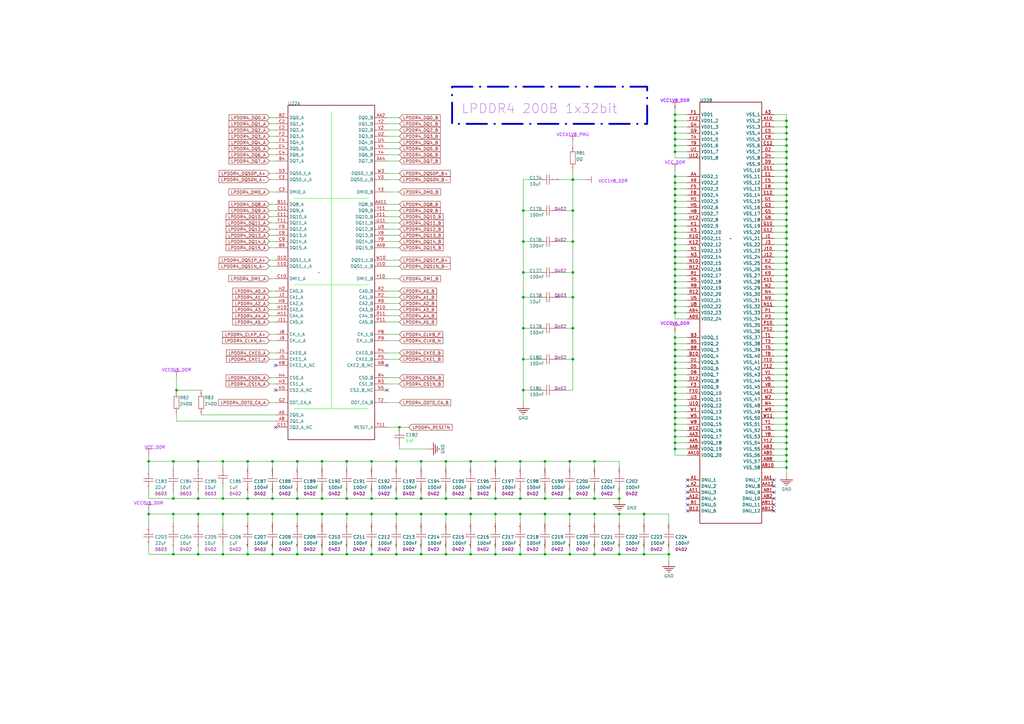
<source format=kicad_sch>
(kicad_sch (version 20250114) (generator "eeschema") (generator_version "9.0")
  (paper "A3")
  (rectangle (start 185.42 35.56) (end 265.43 50.8) (stroke (width 0.762) (type dash_dot)))
  (text "LPDDR4 200B 1x32bit" (at 189.23 46.99 0) (effects (font (size 3.81 3.81)) (justify left bottom)))
  (junction (at 276.86 90.17))
  (junction (at 322.58 57.15))
  (junction (at 322.58 54.61))
  (junction (at 276.86 179.07))
  (junction (at 254 227.33))
  (junction (at 276.86 138.43))
  (junction (at 276.86 80.01))
  (junction (at 322.58 92.71))
  (junction (at 276.86 143.51))
  (junction (at 264.16 210.82))
  (junction (at 276.86 77.47))
  (junction (at 276.86 128.27))
  (junction (at 322.58 173.99))
  (junction (at 322.58 181.61))
  (junction (at 322.58 163.83))
  (junction (at 276.86 52.07))
  (junction (at 322.58 97.79))
  (junction (at 71.12 227.33))
  (junction (at 81.28 189.23))
  (junction (at 214.63 160.02))
  (junction (at 322.58 49.53))
  (junction (at 203.2 204.47))
  (junction (at 213.36 210.82))
  (junction (at 322.58 107.95))
  (junction (at 71.12 204.47))
  (junction (at 193.04 189.23))
  (junction (at 234.95 147.32))
  (junction (at 60.96 210.82))
  (junction (at 233.68 189.23))
  (junction (at 276.86 92.71))
  (junction (at 276.86 140.97))
  (junction (at 322.58 176.53))
  (junction (at 322.58 62.23))
  (junction (at 71.12 189.23))
  (junction (at 276.86 153.67))
  (junction (at 142.24 204.47))
  (junction (at 322.58 168.91))
  (junction (at 81.28 204.47))
  (junction (at 322.58 179.07))
  (junction (at 322.58 151.13))
  (junction (at 322.58 161.29))
  (junction (at 152.4 227.33))
  (junction (at 111.76 210.82))
  (junction (at 162.56 227.33))
  (junction (at 276.86 176.53))
  (junction (at 193.04 210.82))
  (junction (at 276.86 57.15))
  (junction (at 322.58 95.25))
  (junction (at 193.04 204.47))
  (junction (at 276.86 171.45))
  (junction (at 322.58 85.09))
  (junction (at 322.58 140.97))
  (junction (at 223.52 210.82))
  (junction (at 322.58 128.27))
  (junction (at 322.58 138.43))
  (junction (at 101.6 210.82))
  (junction (at 142.24 210.82))
  (junction (at 276.86 163.83))
  (junction (at 276.86 59.69))
  (junction (at 322.58 82.55))
  (junction (at 152.4 210.82))
  (junction (at 322.58 64.77))
  (junction (at 322.58 105.41))
  (junction (at 322.58 184.15))
  (junction (at 322.58 100.33))
  (junction (at 322.58 148.59))
  (junction (at 172.72 227.33))
  (junction (at 322.58 191.77))
  (junction (at 276.86 95.25))
  (junction (at 243.84 189.23))
  (junction (at 276.86 118.11))
  (junction (at 322.58 69.85))
  (junction (at 111.76 227.33))
  (junction (at 91.44 189.23))
  (junction (at 276.86 123.19))
  (junction (at 276.86 74.93))
  (junction (at 243.84 210.82))
  (junction (at 132.08 204.47))
  (junction (at 322.58 90.17))
  (junction (at 276.86 105.41))
  (junction (at 172.72 204.47))
  (junction (at 81.28 227.33))
  (junction (at 276.86 166.37))
  (junction (at 214.63 86.36))
  (junction (at 264.16 227.33))
  (junction (at 214.63 111.76))
  (junction (at 233.68 210.82))
  (junction (at 71.12 210.82))
  (junction (at 60.96 189.23))
  (junction (at 322.58 171.45))
  (junction (at 276.86 158.75))
  (junction (at 121.92 227.33))
  (junction (at 322.58 87.63))
  (junction (at 162.56 204.47))
  (junction (at 132.08 227.33))
  (junction (at 322.58 135.89))
  (junction (at 276.86 72.39))
  (junction (at 322.58 113.03))
  (junction (at 276.86 82.55))
  (junction (at 101.6 227.33))
  (junction (at 101.6 189.23))
  (junction (at 182.88 189.23))
  (junction (at 276.86 161.29))
  (junction (at 203.2 227.33))
  (junction (at 214.63 147.32))
  (junction (at 276.86 184.15))
  (junction (at 322.58 166.37))
  (junction (at 276.86 148.59))
  (junction (at 276.86 110.49))
  (junction (at 234.95 99.06))
  (junction (at 172.72 210.82))
  (junction (at 322.58 77.47))
  (junction (at 233.68 204.47))
  (junction (at 152.4 189.23))
  (junction (at 276.86 181.61))
  (junction (at 233.68 227.33))
  (junction (at 223.52 227.33))
  (junction (at 322.58 102.87))
  (junction (at 276.86 85.09))
  (junction (at 152.4 204.47))
  (junction (at 182.88 227.33))
  (junction (at 182.88 210.82))
  (junction (at 276.86 113.03))
  (junction (at 254 204.47))
  (junction (at 234.95 111.76))
  (junction (at 223.52 189.23))
  (junction (at 121.92 189.23))
  (junction (at 234.95 121.92))
  (junction (at 214.63 134.62))
  (junction (at 214.63 121.92))
  (junction (at 276.86 102.87))
  (junction (at 322.58 156.21))
  (junction (at 322.58 110.49))
  (junction (at 276.86 151.13))
  (junction (at 322.58 74.93))
  (junction (at 276.86 97.79))
  (junction (at 213.36 189.23))
  (junction (at 243.84 227.33))
  (junction (at 322.58 118.11))
  (junction (at 322.58 52.07))
  (junction (at 322.58 130.81))
  (junction (at 132.08 210.82))
  (junction (at 276.86 46.99))
  (junction (at 223.52 204.47))
  (junction (at 276.86 125.73))
  (junction (at 81.28 210.82))
  (junction (at 322.58 133.35))
  (junction (at 213.36 227.33))
  (junction (at 322.58 59.69))
  (junction (at 322.58 186.69))
  (junction (at 193.04 227.33))
  (junction (at 276.86 87.63))
  (junction (at 91.44 227.33))
  (junction (at 322.58 72.39))
  (junction (at 91.44 210.82))
  (junction (at 276.86 173.99))
  (junction (at 322.58 146.05))
  (junction (at 234.95 86.36))
  (junction (at 132.08 189.23))
  (junction (at 276.86 146.05))
  (junction (at 322.58 189.23))
  (junction (at 322.58 125.73))
  (junction (at 234.95 73.66))
  (junction (at 276.86 100.33))
  (junction (at 243.84 204.47))
  (junction (at 322.58 153.67))
  (junction (at 162.56 210.82))
  (junction (at 142.24 227.33))
  (junction (at 111.76 189.23))
  (junction (at 276.86 156.21))
  (junction (at 163.83 175.26))
  (junction (at 276.86 49.53))
  (junction (at 214.63 99.06))
  (junction (at 322.58 123.19))
  (junction (at 276.86 115.57))
  (junction (at 322.58 143.51))
  (junction (at 322.58 158.75))
  (junction (at 91.44 204.47))
  (junction (at 322.58 120.65))
  (junction (at 203.2 189.23))
  (junction (at 276.86 120.65))
  (junction (at 203.2 210.82))
  (junction (at 121.92 204.47))
  (junction (at 234.95 134.62))
  (junction (at 142.24 189.23))
  (junction (at 213.36 204.47))
  (junction (at 162.56 189.23))
  (junction (at 182.88 204.47))
  (junction (at 72.39 160.02))
  (junction (at 254 210.82))
  (junction (at 276.86 168.91))
  (junction (at 121.92 210.82))
  (junction (at 276.86 62.23))
  (junction (at 322.58 67.31))
  (junction (at 276.86 54.61))
  (junction (at 274.32 227.33))
  (junction (at 322.58 80.01))
  (junction (at 276.86 107.95))
  (junction (at 111.76 204.47))
  (junction (at 322.58 115.57))
  (junction (at 172.72 189.23))
  (junction (at 101.6 204.47))
  (no_connect (at 113.03 160.02))
  (no_connect (at 317.5 199.39))
  (no_connect (at 113.03 149.86))
  (no_connect (at 281.94 199.39))
  (no_connect (at 281.94 209.55))
  (no_connect (at 158.75 149.86))
  (no_connect (at 317.5 207.01))
  (no_connect (at 281.94 196.85))
  (no_connect (at 158.75 160.02))
  (no_connect (at 317.5 209.55))
  (no_connect (at 281.94 207.01))
  (no_connect (at 281.94 204.47))
  (no_connect (at 317.5 204.47))
  (no_connect (at 281.94 201.93))
  (no_connect (at 113.03 175.26))
  (no_connect (at 317.5 196.85))
  (no_connect (at 317.5 201.93))
  (wire (pts (xy 322.58 74.93) (xy 322.58 77.47)))
  (wire (pts (xy 276.86 90.17) (xy 276.86 92.71)))
  (wire (pts (xy 229.87 121.92) (xy 234.95 121.92)))
  (wire (pts (xy 163.83 109.22) (xy 158.75 109.22)))
  (wire (pts (xy 71.12 189.23) (xy 81.28 189.23)))
  (wire (pts (xy 158.75 144.78) (xy 163.83 144.78)))
  (wire (pts (xy 322.58 171.45) (xy 322.58 173.99)))
  (wire (pts (xy 132.08 210.82) (xy 121.92 210.82)))
  (wire (pts (xy 276.86 128.27) (xy 276.86 130.81)))
  (wire (pts (xy 113.03 86.36) (xy 110.49 86.36)))
  (wire (pts (xy 281.94 72.39) (xy 276.86 72.39)))
  (wire (pts (xy 163.83 121.92) (xy 158.75 121.92)))
  (wire (pts (xy 213.36 227.33) (xy 213.36 224.79)))
  (wire (pts (xy 163.83 139.7) (xy 158.75 139.7)))
  (wire (pts (xy 276.86 44.45) (xy 276.86 46.99)))
  (wire (pts (xy 276.86 97.79) (xy 276.86 100.33)))
  (wire (pts (xy 281.94 171.45) (xy 276.86 171.45)))
  (wire (pts (xy 281.94 184.15) (xy 276.86 184.15)))
  (wire (pts (xy 162.56 210.82) (xy 152.4 210.82)))
  (wire (pts (xy 213.36 204.47) (xy 213.36 201.93)))
  (wire (pts (xy 111.76 189.23) (xy 121.92 189.23)))
  (wire (pts (xy 281.94 62.23) (xy 276.86 62.23)))
  (wire (pts (xy 158.75 154.94) (xy 163.83 154.94)))
  (wire (pts (xy 243.84 227.33) (xy 254 227.33)))
  (wire (pts (xy 60.96 189.23) (xy 71.12 189.23)))
  (wire (pts (xy 281.94 92.71) (xy 276.86 92.71)))
  (wire (pts (xy 234.95 86.36) (xy 234.95 99.06)))
  (wire (pts (xy 132.08 227.33) (xy 132.08 224.79)))
  (wire (pts (xy 274.32 224.79) (xy 274.32 227.33)))
  (wire (pts (xy 276.86 156.21) (xy 276.86 158.75)))
  (wire (pts (xy 281.94 74.93) (xy 276.86 74.93)))
  (wire (pts (xy 158.75 48.26) (xy 163.83 48.26)))
  (wire (pts (xy 276.86 161.29) (xy 276.86 163.83)))
  (wire (pts (xy 322.58 125.73) (xy 317.5 125.73)))
  (wire (pts (xy 281.94 151.13) (xy 276.86 151.13)))
  (wire (pts (xy 281.94 166.37) (xy 276.86 166.37)))
  (wire (pts (xy 281.94 57.15) (xy 276.86 57.15)))
  (wire (pts (xy 91.44 227.33) (xy 101.6 227.33)))
  (wire (pts (xy 322.58 62.23) (xy 317.5 62.23)))
  (wire (pts (xy 322.58 128.27) (xy 322.58 130.81)))
  (wire (pts (xy 254 191.77) (xy 254 189.23)))
  (wire (pts (xy 276.86 163.83) (xy 276.86 166.37)))
  (wire (pts (xy 281.94 97.79) (xy 276.86 97.79)))
  (wire (pts (xy 322.58 77.47) (xy 317.5 77.47)))
  (wire (pts (xy 322.58 168.91) (xy 322.58 171.45)))
  (wire (pts (xy 233.68 204.47) (xy 243.84 204.47)))
  (wire (pts (xy 175.26 184.15) (xy 163.83 184.15)))
  (wire (pts (xy 158.75 106.68) (xy 163.83 106.68)))
  (wire (pts (xy 91.44 210.82) (xy 81.28 210.82)))
  (wire (pts (xy 276.86 135.89) (xy 276.86 138.43)))
  (wire (pts (xy 322.58 191.77) (xy 322.58 194.31)))
  (wire (pts (xy 113.03 60.96) (xy 110.49 60.96)))
  (wire (pts (xy 163.83 157.48) (xy 158.75 157.48)))
  (wire (pts (xy 322.58 135.89) (xy 322.58 138.43)))
  (wire (pts (xy 219.71 121.92) (xy 214.63 121.92)))
  (wire (pts (xy 276.86 113.03) (xy 276.86 115.57)))
  (wire (pts (xy 254 201.93) (xy 254 204.47)))
  (wire (pts (xy 111.76 210.82) (xy 111.76 214.63)))
  (wire (pts (xy 276.86 118.11) (xy 276.86 120.65)))
  (wire (pts (xy 223.52 189.23) (xy 233.68 189.23)))
  (wire (pts (xy 276.86 173.99) (xy 276.86 176.53)))
  (wire (pts (xy 101.6 191.77) (xy 101.6 189.23)))
  (wire (pts (xy 264.16 227.33) (xy 274.32 227.33)))
  (wire (pts (xy 71.12 227.33) (xy 60.96 227.33)))
  (wire (pts (xy 91.44 191.77) (xy 91.44 189.23)))
  (wire (pts (xy 322.58 133.35) (xy 317.5 133.35)))
  (wire (pts (xy 113.03 63.5) (xy 110.49 63.5)))
  (wire (pts (xy 158.75 88.9) (xy 163.83 88.9)))
  (wire (pts (xy 276.86 80.01) (xy 276.86 82.55)))
  (wire (pts (xy 322.58 113.03) (xy 322.58 115.57)))
  (wire (pts (xy 113.03 106.68) (xy 110.49 106.68)))
  (wire (pts (xy 322.58 105.41) (xy 322.58 107.95)))
  (wire (pts (xy 322.58 125.73) (xy 322.58 128.27)))
  (wire (pts (xy 111.76 210.82) (xy 101.6 210.82)))
  (wire (pts (xy 142.24 204.47) (xy 152.4 204.47)))
  (wire (pts (xy 162.56 191.77) (xy 162.56 189.23)))
  (wire (pts (xy 111.76 204.47) (xy 121.92 204.47)))
  (wire (pts (xy 281.94 64.77) (xy 276.86 64.77)))
  (wire (pts (xy 213.36 227.33) (xy 223.52 227.33)))
  (wire (pts (xy 322.58 54.61) (xy 317.5 54.61)))
  (wire (pts (xy 72.39 160.02) (xy 72.39 154.94)))
  (wire (pts (xy 113.03 132.08) (xy 110.49 132.08)))
  (wire (pts (xy 281.94 90.17) (xy 276.86 90.17)))
  (wire (pts (xy 281.94 123.19) (xy 276.86 123.19)))
  (wire (pts (xy 152.4 204.47) (xy 162.56 204.47)))
  (wire (pts (xy 223.52 210.82) (xy 213.36 210.82)))
  (wire (pts (xy 101.6 204.47) (xy 101.6 201.93)))
  (wire (pts (xy 254 227.33) (xy 264.16 227.33)))
  (wire (pts (xy 276.86 125.73) (xy 276.86 128.27)))
  (wire (pts (xy 158.75 58.42) (xy 163.83 58.42)))
  (wire (pts (xy 60.96 204.47) (xy 60.96 200.66)))
  (wire (pts (xy 142.24 227.33) (xy 142.24 224.79)))
  (wire (pts (xy 142.24 189.23) (xy 152.4 189.23)))
  (wire (pts (xy 172.72 210.82) (xy 172.72 214.63)))
  (wire (pts (xy 82.55 160.02) (xy 72.39 160.02)))
  (wire (pts (xy 71.12 204.47) (xy 81.28 204.47)))
  (wire (pts (xy 281.94 59.69) (xy 276.86 59.69)))
  (wire (pts (xy 213.36 210.82) (xy 213.36 214.63)))
  (wire (pts (xy 322.58 166.37) (xy 317.5 166.37)))
  (wire (pts (xy 281.94 100.33) (xy 276.86 100.33)))
  (wire (pts (xy 158.75 99.06) (xy 163.83 99.06)))
  (wire (pts (xy 113.03 157.48) (xy 110.49 157.48)))
  (wire (pts (xy 113.03 88.9) (xy 110.49 88.9)))
  (wire (pts (xy 322.58 87.63) (xy 322.58 90.17)))
  (wire (pts (xy 111.76 227.33) (xy 121.92 227.33)))
  (wire (pts (xy 234.95 111.76) (xy 234.95 121.92)))
  (wire (pts (xy 322.58 166.37) (xy 322.58 168.91)))
  (wire (pts (xy 163.83 114.3) (xy 158.75 114.3)))
  (wire (pts (xy 163.83 91.44) (xy 158.75 91.44)))
  (wire (pts (xy 281.94 110.49) (xy 276.86 110.49)))
  (wire (pts (xy 71.12 210.82) (xy 60.96 210.82)))
  (wire (pts (xy 322.58 158.75) (xy 322.58 161.29)))
  (wire (pts (xy 233.68 204.47) (xy 233.68 201.93)))
  (wire (pts (xy 121.92 210.82) (xy 121.92 214.63)))
  (wire (pts (xy 113.03 96.52) (xy 110.49 96.52)))
  (wire (pts (xy 274.32 227.33) (xy 274.32 229.87)))
  (wire (pts (xy 182.88 204.47) (xy 193.04 204.47)))
  (wire (pts (xy 121.92 227.33) (xy 121.92 224.79)))
  (wire (pts (xy 113.03 48.26) (xy 110.49 48.26)))
  (wire (pts (xy 113.03 73.66) (xy 110.49 73.66)))
  (wire (pts (xy 213.36 204.47) (xy 223.52 204.47)))
  (wire (pts (xy 322.58 59.69) (xy 317.5 59.69)))
  (wire (pts (xy 132.08 227.33) (xy 142.24 227.33)))
  (wire (pts (xy 243.84 189.23) (xy 254 189.23)))
  (wire (pts (xy 276.86 105.41) (xy 276.86 107.95)))
  (wire (pts (xy 322.58 57.15) (xy 322.58 59.69)))
  (wire (pts (xy 152.4 227.33) (xy 162.56 227.33)))
  (wire (pts (xy 223.52 204.47) (xy 223.52 201.93)))
  (wire (pts (xy 276.86 115.57) (xy 276.86 118.11)))
  (wire (pts (xy 322.58 181.61) (xy 317.5 181.61)))
  (wire (pts (xy 322.58 176.53) (xy 317.5 176.53)))
  (wire (pts (xy 281.94 163.83) (xy 276.86 163.83)))
  (wire (pts (xy 113.03 129.54) (xy 110.49 129.54)))
  (wire (pts (xy 229.87 147.32) (xy 234.95 147.32)))
  (wire (pts (xy 172.72 210.82) (xy 162.56 210.82)))
  (wire (pts (xy 240.03 73.66) (xy 234.95 73.66)))
  (wire (pts (xy 113.03 165.1) (xy 110.49 165.1)))
  (wire (pts (xy 219.71 99.06) (xy 214.63 99.06)))
  (wire (pts (xy 142.24 227.33) (xy 152.4 227.33)))
  (wire (pts (xy 101.6 227.33) (xy 111.76 227.33)))
  (wire (pts (xy 276.86 153.67) (xy 276.86 156.21)))
  (wire (pts (xy 281.94 102.87) (xy 276.86 102.87)))
  (wire (pts (xy 276.86 59.69) (xy 276.86 62.23)))
  (wire (pts (xy 158.75 129.54) (xy 163.83 129.54)))
  (wire (pts (xy 322.58 118.11) (xy 322.58 120.65)))
  (wire (pts (xy 281.94 107.95) (xy 276.86 107.95)))
  (wire (pts (xy 276.86 72.39) (xy 276.86 74.93)))
  (wire (pts (xy 163.83 86.36) (xy 158.75 86.36)))
  (wire (pts (xy 113.03 93.98) (xy 110.49 93.98)))
  (wire (pts (xy 274.32 210.82) (xy 274.32 214.63)))
  (wire (pts (xy 281.94 176.53) (xy 276.86 176.53)))
  (wire (pts (xy 322.58 156.21) (xy 322.58 158.75)))
  (wire (pts (xy 281.94 82.55) (xy 276.86 82.55)))
  (wire (pts (xy 281.94 87.63) (xy 276.86 87.63)))
  (wire (pts (xy 158.75 71.12) (xy 163.83 71.12)))
  (wire (pts (xy 113.03 124.46) (xy 110.49 124.46)))
  (wire (pts (xy 322.58 107.95) (xy 322.58 110.49)))
  (wire (pts (xy 193.04 210.82) (xy 182.88 210.82)))
  (wire (pts (xy 182.88 210.82) (xy 182.88 214.63)))
  (wire (pts (xy 219.71 134.62) (xy 214.63 134.62)))
  (wire (pts (xy 214.63 121.92) (xy 214.63 134.62)))
  (wire (pts (xy 219.71 147.32) (xy 214.63 147.32)))
  (wire (pts (xy 281.94 130.81) (xy 276.86 130.81)))
  (wire (pts (xy 322.58 176.53) (xy 322.58 179.07)))
  (wire (pts (xy 276.86 102.87) (xy 276.86 105.41)))
  (wire (pts (xy 214.63 111.76) (xy 214.63 121.92)))
  (wire (pts (xy 193.04 189.23) (xy 203.2 189.23)))
  (wire (pts (xy 234.95 73.66) (xy 234.95 69.85)))
  (wire (pts (xy 276.86 62.23) (xy 276.86 64.77)))
  (wire (pts (xy 322.58 64.77) (xy 317.5 64.77)))
  (wire (pts (xy 193.04 210.82) (xy 193.04 214.63)))
  (wire (pts (xy 322.58 179.07) (xy 322.58 181.61)))
  (wire (pts (xy 163.83 96.52) (xy 158.75 96.52)))
  (wire (pts (xy 214.63 99.06) (xy 214.63 111.76)))
  (wire (pts (xy 214.63 147.32) (xy 214.63 160.02)))
  (wire (pts (xy 158.75 83.82) (xy 163.83 83.82)))
  (wire (pts (xy 182.88 227.33) (xy 193.04 227.33)))
  (wire (pts (xy 281.94 179.07) (xy 276.86 179.07)))
  (wire (pts (xy 121.92 204.47) (xy 132.08 204.47)))
  (wire (pts (xy 243.84 210.82) (xy 243.84 214.63)))
  (wire (pts (xy 203.2 210.82) (xy 203.2 214.63)))
  (wire (pts (xy 322.58 52.07) (xy 317.5 52.07)))
  (wire (pts (xy 162.56 204.47) (xy 162.56 201.93)))
  (wire (pts (xy 322.58 102.87) (xy 317.5 102.87)))
  (wire (pts (xy 158.75 124.46) (xy 163.83 124.46)))
  (wire (pts (xy 322.58 151.13) (xy 322.58 153.67)))
  (wire (pts (xy 281.94 156.21) (xy 276.86 156.21)))
  (wire (pts (xy 113.03 58.42) (xy 110.49 58.42)))
  (wire (pts (xy 276.86 138.43) (xy 276.86 140.97)))
  (wire (pts (xy 223.52 210.82) (xy 223.52 214.63)))
  (wire (pts (xy 60.96 209.55) (xy 60.96 210.82)))
  (wire (pts (xy 322.58 100.33) (xy 317.5 100.33)))
  (wire (pts (xy 81.28 210.82) (xy 81.28 214.63)))
  (wire (pts (xy 322.58 80.01) (xy 317.5 80.01)))
  (wire (pts (xy 322.58 69.85) (xy 322.58 72.39)))
  (wire (pts (xy 182.88 189.23) (xy 193.04 189.23)))
  (wire (pts (xy 101.6 227.33) (xy 101.6 224.79)))
  (wire (pts (xy 163.83 184.15) (xy 163.83 182.88)))
  (wire (pts (xy 158.75 119.38) (xy 163.83 119.38)))
  (wire (pts (xy 322.58 173.99) (xy 317.5 173.99)))
  (wire (pts (xy 223.52 204.47) (xy 233.68 204.47)))
  (wire (pts (xy 281.94 125.73) (xy 276.86 125.73)))
  (wire (pts (xy 158.75 137.16) (xy 163.83 137.16)))
  (wire (pts (xy 322.58 54.61) (xy 322.58 57.15)))
  (wire (pts (xy 214.63 134.62) (xy 214.63 147.32)))
  (wire (pts (xy 203.2 227.33) (xy 203.2 224.79)))
  (wire (pts (xy 193.04 204.47) (xy 193.04 201.93)))
  (wire (pts (xy 276.86 184.15) (xy 276.86 186.69)))
  (wire (pts (xy 213.36 191.77) (xy 213.36 189.23)))
  (wire (pts (xy 113.03 154.94) (xy 110.49 154.94)))
  (wire (pts (xy 142.24 191.77) (xy 142.24 189.23)))
  (wire (pts (xy 91.44 210.82) (xy 91.44 215.9)))
  (wire (pts (xy 229.87 134.62) (xy 234.95 134.62)))
  (wire (pts (xy 276.86 148.59) (xy 276.86 151.13)))
  (wire (pts (xy 254 210.82) (xy 254 214.63)))
  (wire (pts (xy 163.83 73.66) (xy 158.75 73.66)))
  (wire (pts (xy 276.86 143.51) (xy 276.86 146.05)))
  (wire (pts (xy 322.58 123.19) (xy 317.5 123.19)))
  (wire (pts (xy 276.86 123.19) (xy 276.86 125.73)))
  (wire (pts (xy 274.32 210.82) (xy 264.16 210.82)))
  (wire (pts (xy 322.58 72.39) (xy 317.5 72.39)))
  (wire (pts (xy 281.94 80.01) (xy 276.86 80.01)))
  (wire (pts (xy 322.58 82.55) (xy 322.58 85.09)))
  (wire (pts (xy 233.68 227.33) (xy 233.68 224.79)))
  (wire (pts (xy 193.04 204.47) (xy 203.2 204.47)))
  (wire (pts (xy 101.6 189.23) (xy 111.76 189.23)))
  (wire (pts (xy 101.6 210.82) (xy 101.6 214.63)))
  (wire (pts (xy 113.03 119.38) (xy 110.49 119.38)))
  (wire (pts (xy 132.08 204.47) (xy 142.24 204.47)))
  (wire (pts (xy 322.58 118.11) (xy 317.5 118.11)))
  (wire (pts (xy 276.86 171.45) (xy 276.86 173.99)))
  (wire (pts (xy 276.86 82.55) (xy 276.86 85.09)))
  (wire (pts (xy 322.58 173.99) (xy 322.58 176.53)))
  (wire (pts (xy 322.58 77.47) (xy 322.58 80.01)))
  (wire (pts (xy 233.68 227.33) (xy 243.84 227.33)))
  (wire (pts (xy 254 210.82) (xy 243.84 210.82)))
  (wire (pts (xy 322.58 184.15) (xy 317.5 184.15)))
  (wire (pts (xy 142.24 210.82) (xy 142.24 214.63)))
  (wire (pts (xy 243.84 191.77) (xy 243.84 189.23)))
  (wire (pts (xy 163.83 78.74) (xy 158.75 78.74)))
  (wire (pts (xy 322.58 92.71) (xy 322.58 95.25)))
  (wire (pts (xy 172.72 191.77) (xy 172.72 189.23)))
  (wire (pts (xy 113.03 78.74) (xy 110.49 78.74)))
  (wire (pts (xy 163.83 127) (xy 158.75 127)))
  (wire (pts (xy 234.95 59.69) (xy 234.95 58.42)))
  (wire (pts (xy 281.94 49.53) (xy 276.86 49.53)))
  (wire (pts (xy 101.6 204.47) (xy 111.76 204.47)))
  (wire (pts (xy 264.16 210.82) (xy 264.16 214.63)))
  (wire (pts (xy 223.52 191.77) (xy 223.52 189.23)))
  (wire (pts (xy 81.28 224.79) (xy 81.28 227.33)))
  (wire (pts (xy 243.84 210.82) (xy 233.68 210.82)))
  (wire (pts (xy 162.56 204.47) (xy 172.72 204.47)))
  (wire (pts (xy 113.03 109.22) (xy 110.49 109.22)))
  (wire (pts (xy 322.58 148.59) (xy 317.5 148.59)))
  (wire (pts (xy 322.58 143.51) (xy 322.58 146.05)))
  (wire (pts (xy 182.88 210.82) (xy 172.72 210.82)))
  (wire (pts (xy 276.86 168.91) (xy 276.86 171.45)))
  (wire (pts (xy 158.75 93.98) (xy 163.83 93.98)))
  (wire (pts (xy 152.4 210.82) (xy 152.4 214.63)))
  (wire (pts (xy 172.72 204.47) (xy 172.72 201.93)))
  (wire (pts (xy 254 227.33) (xy 254 224.79)))
  (wire (pts (xy 82.55 170.18) (xy 113.03 170.18)))
  (wire (pts (xy 281.94 158.75) (xy 276.86 158.75)))
  (wire (pts (xy 163.83 55.88) (xy 158.75 55.88)))
  (wire (pts (xy 281.94 181.61) (xy 276.86 181.61)))
  (wire (pts (xy 276.86 110.49) (xy 276.86 113.03)))
  (wire (pts (xy 281.94 118.11) (xy 276.86 118.11)))
  (wire (pts (xy 322.58 133.35) (xy 322.58 135.89)))
  (wire (pts (xy 214.63 86.36) (xy 214.63 99.06)))
  (wire (pts (xy 322.58 97.79) (xy 317.5 97.79)))
  (wire (pts (xy 276.86 107.95) (xy 276.86 110.49)))
  (wire (pts (xy 322.58 181.61) (xy 322.58 184.15)))
  (wire (pts (xy 322.58 80.01) (xy 322.58 82.55)))
  (wire (pts (xy 172.72 189.23) (xy 182.88 189.23)))
  (wire (pts (xy 203.2 227.33) (xy 213.36 227.33)))
  (wire (pts (xy 113.03 144.78) (xy 110.49 144.78)))
  (wire (pts (xy 281.94 54.61) (xy 276.86 54.61)))
  (wire (pts (xy 322.58 85.09) (xy 322.58 87.63)))
  (wire (pts (xy 281.94 120.65) (xy 276.86 120.65)))
  (wire (pts (xy 233.68 191.77) (xy 233.68 189.23)))
  (wire (pts (xy 81.28 189.23) (xy 91.44 189.23)))
  (wire (pts (xy 281.94 52.07) (xy 276.86 52.07)))
  (wire (pts (xy 229.87 99.06) (xy 234.95 99.06)))
  (wire (pts (xy 322.58 62.23) (xy 322.58 64.77)))
  (wire (pts (xy 162.56 189.23) (xy 172.72 189.23)))
  (wire (pts (xy 322.58 85.09) (xy 317.5 85.09)))
  (wire (pts (xy 322.58 120.65) (xy 317.5 120.65)))
  (wire (pts (xy 203.2 191.77) (xy 203.2 189.23)))
  (wire (pts (xy 322.58 72.39) (xy 322.58 74.93)))
  (wire (pts (xy 219.71 111.76) (xy 214.63 111.76)))
  (wire (pts (xy 113.03 137.16) (xy 110.49 137.16)))
  (wire (pts (xy 81.28 210.82) (xy 71.12 210.82)))
  (wire (pts (xy 132.08 204.47) (xy 132.08 201.93)))
  (wire (pts (xy 281.94 105.41) (xy 276.86 105.41)))
  (wire (pts (xy 322.58 64.77) (xy 322.58 67.31)))
  (wire (pts (xy 213.36 189.23) (xy 223.52 189.23)))
  (wire (pts (xy 60.96 227.33) (xy 60.96 223.52)))
  (wire (pts (xy 322.58 168.91) (xy 317.5 168.91)))
  (wire (pts (xy 276.86 74.93) (xy 276.86 77.47)))
  (wire (pts (xy 152.4 189.23) (xy 162.56 189.23)))
  (wire (pts (xy 322.58 95.25) (xy 317.5 95.25)))
  (wire (pts (xy 81.28 191.77) (xy 81.28 189.23)))
  (wire (pts (xy 162.56 227.33) (xy 162.56 224.79)))
  (wire (pts (xy 281.94 173.99) (xy 276.86 173.99)))
  (wire (pts (xy 111.76 227.33) (xy 111.76 224.79)))
  (wire (pts (xy 322.58 151.13) (xy 317.5 151.13)))
  (wire (pts (xy 182.88 227.33) (xy 182.88 224.79)))
  (wire (pts (xy 121.92 204.47) (xy 121.92 201.93)))
  (wire (pts (xy 281.94 113.03) (xy 276.86 113.03)))
  (wire (pts (xy 121.92 227.33) (xy 132.08 227.33)))
  (wire (pts (xy 281.94 140.97) (xy 276.86 140.97)))
  (wire (pts (xy 203.2 189.23) (xy 213.36 189.23)))
  (wire (pts (xy 322.58 163.83) (xy 322.58 166.37)))
  (wire (pts (xy 152.4 210.82) (xy 142.24 210.82)))
  (wire (pts (xy 322.58 110.49) (xy 317.5 110.49)))
  (wire (pts (xy 322.58 156.21) (xy 317.5 156.21)))
  (wire (pts (xy 233.68 210.82) (xy 223.52 210.82)))
  (wire (pts (xy 132.08 210.82) (xy 132.08 214.63)))
  (wire (pts (xy 71.12 201.93) (xy 71.12 204.47)))
  (wire (pts (xy 223.52 227.33) (xy 233.68 227.33)))
  (wire (pts (xy 281.94 128.27) (xy 276.86 128.27)))
  (wire (pts (xy 276.86 146.05) (xy 276.86 148.59)))
  (wire (pts (xy 172.72 227.33) (xy 182.88 227.33)))
  (wire (pts (xy 322.58 74.93) (xy 317.5 74.93)))
  (wire (pts (xy 229.87 86.36) (xy 234.95 86.36)))
  (wire (pts (xy 322.58 46.99) (xy 322.58 49.53)))
  (wire (pts (xy 322.58 135.89) (xy 317.5 135.89)))
  (wire (pts (xy 203.2 204.47) (xy 213.36 204.47)))
  (wire (pts (xy 172.72 227.33) (xy 172.72 224.79)))
  (wire (pts (xy 121.92 210.82) (xy 111.76 210.82)))
  (wire (pts (xy 322.58 90.17) (xy 317.5 90.17)))
  (wire (pts (xy 322.58 49.53) (xy 322.58 52.07)))
  (wire (pts (xy 91.44 189.23) (xy 101.6 189.23)))
  (wire (pts (xy 91.44 227.33) (xy 91.44 223.52)))
  (wire (pts (xy 276.86 85.09) (xy 276.86 87.63)))
  (wire (pts (xy 113.03 139.7) (xy 110.49 139.7)))
  (wire (pts (xy 276.86 166.37) (xy 276.86 168.91)))
  (wire (pts (xy 322.58 189.23) (xy 322.58 191.77)))
  (wire (pts (xy 113.03 53.34) (xy 110.49 53.34)))
  (wire (pts (xy 322.58 67.31) (xy 322.58 69.85)))
  (wire (pts (xy 276.86 69.85) (xy 276.86 72.39)))
  (wire (pts (xy 158.75 175.26) (xy 163.83 175.26)))
  (wire (pts (xy 214.63 160.02) (xy 214.63 165.1)))
  (wire (pts (xy 322.58 153.67) (xy 317.5 153.67)))
  (wire (pts (xy 113.03 91.44) (xy 110.49 91.44)))
  (wire (pts (xy 163.83 165.1) (xy 158.75 165.1)))
  (wire (pts (xy 276.86 95.25) (xy 276.86 97.79)))
  (wire (pts (xy 322.58 90.17) (xy 322.58 92.71)))
  (wire (pts (xy 163.83 101.6) (xy 158.75 101.6)))
  (wire (pts (xy 322.58 143.51) (xy 317.5 143.51)))
  (wire (pts (xy 71.12 224.79) (xy 71.12 227.33)))
  (wire (pts (xy 101.6 210.82) (xy 91.44 210.82)))
  (wire (pts (xy 322.58 87.63) (xy 317.5 87.63)))
  (wire (pts (xy 234.95 134.62) (xy 234.95 147.32)))
  (wire (pts (xy 322.58 100.33) (xy 322.58 102.87)))
  (wire (pts (xy 322.58 161.29) (xy 317.5 161.29)))
  (wire (pts (xy 322.58 107.95) (xy 317.5 107.95)))
  (wire (pts (xy 229.87 160.02) (xy 234.95 160.02)))
  (wire (pts (xy 322.58 49.53) (xy 317.5 49.53)))
  (wire (pts (xy 322.58 57.15) (xy 317.5 57.15)))
  (wire (pts (xy 113.03 71.12) (xy 110.49 71.12)))
  (wire (pts (xy 113.03 55.88) (xy 110.49 55.88)))
  (wire (pts (xy 243.84 227.33) (xy 243.84 224.79)))
  (wire (pts (xy 219.71 160.02) (xy 214.63 160.02)))
  (wire (pts (xy 322.58 115.57) (xy 317.5 115.57)))
  (wire (pts (xy 264.16 227.33) (xy 264.16 224.79)))
  (wire (pts (xy 281.94 153.67) (xy 276.86 153.67)))
  (wire (pts (xy 276.86 54.61) (xy 276.86 57.15)))
  (wire (pts (xy 276.86 181.61) (xy 276.86 184.15)))
  (wire (pts (xy 281.94 46.99) (xy 276.86 46.99)))
  (wire (pts (xy 113.03 83.82) (xy 110.49 83.82)))
  (wire (pts (xy 322.58 102.87) (xy 322.58 105.41)))
  (wire (pts (xy 182.88 204.47) (xy 182.88 201.93)))
  (wire (pts (xy 219.71 86.36) (xy 214.63 86.36)))
  (wire (pts (xy 203.2 204.47) (xy 203.2 201.93)))
  (wire (pts (xy 276.86 92.71) (xy 276.86 95.25)))
  (wire (pts (xy 281.94 168.91) (xy 276.86 168.91)))
  (wire (pts (xy 322.58 171.45) (xy 317.5 171.45)))
  (wire (pts (xy 121.92 189.23) (xy 132.08 189.23)))
  (wire (pts (xy 276.86 49.53) (xy 276.86 52.07)))
  (wire (pts (xy 322.58 189.23) (xy 317.5 189.23)))
  (wire (pts (xy 322.58 97.79) (xy 322.58 100.33)))
  (wire (pts (xy 322.58 46.99) (xy 317.5 46.99)))
  (wire (pts (xy 322.58 163.83) (xy 317.5 163.83)))
  (wire (pts (xy 322.58 161.29) (xy 322.58 163.83)))
  (wire (pts (xy 223.52 227.33) (xy 223.52 224.79)))
  (wire (pts (xy 322.58 120.65) (xy 322.58 123.19)))
  (wire (pts (xy 234.95 73.66) (xy 234.95 86.36)))
  (wire (pts (xy 243.84 204.47) (xy 243.84 201.93)))
  (wire (pts (xy 113.03 114.3) (xy 110.49 114.3)))
  (wire (pts (xy 91.44 204.47) (xy 101.6 204.47)))
  (wire (pts (xy 158.75 53.34) (xy 163.83 53.34)))
  (wire (pts (xy 163.83 147.32) (xy 158.75 147.32)))
  (wire (pts (xy 233.68 189.23) (xy 243.84 189.23)))
  (wire (pts (xy 152.4 191.77) (xy 152.4 189.23)))
  (wire (pts (xy 322.58 184.15) (xy 322.58 186.69)))
  (wire (pts (xy 113.03 99.06) (xy 110.49 99.06)))
  (wire (pts (xy 276.86 140.97) (xy 276.86 143.51)))
  (wire (pts (xy 276.86 46.99) (xy 276.86 49.53)))
  (wire (pts (xy 276.86 100.33) (xy 276.86 102.87)))
  (wire (pts (xy 142.24 210.82) (xy 132.08 210.82)))
  (wire (pts (xy 81.28 201.93) (xy 81.28 204.47)))
  (wire (pts (xy 229.87 73.66) (xy 234.95 73.66)))
  (wire (pts (xy 322.58 110.49) (xy 322.58 113.03)))
  (wire (pts (xy 172.72 204.47) (xy 182.88 204.47)))
  (wire (pts (xy 163.83 50.8) (xy 158.75 50.8)))
  (wire (pts (xy 322.58 146.05) (xy 322.58 148.59)))
  (wire (pts (xy 322.58 115.57) (xy 322.58 118.11)))
  (wire (pts (xy 322.58 123.19) (xy 322.58 125.73)))
  (wire (pts (xy 322.58 146.05) (xy 317.5 146.05)))
  (wire (pts (xy 281.94 85.09) (xy 276.86 85.09)))
  (wire (pts (xy 81.28 204.47) (xy 91.44 204.47)))
  (wire (pts (xy 281.94 95.25) (xy 276.86 95.25)))
  (wire (pts (xy 322.58 138.43) (xy 322.58 140.97)))
  (wire (pts (xy 276.86 176.53) (xy 276.86 179.07)))
  (wire (pts (xy 322.58 69.85) (xy 317.5 69.85)))
  (wire (pts (xy 132.08 189.23) (xy 142.24 189.23)))
  (wire (pts (xy 281.94 148.59) (xy 276.86 148.59)))
  (wire (pts (xy 322.58 92.71) (xy 317.5 92.71)))
  (wire (pts (xy 132.08 191.77) (xy 132.08 189.23)))
  (wire (pts (xy 71.12 191.77) (xy 71.12 189.23)))
  (wire (pts (xy 113.03 127) (xy 110.49 127)))
  (wire (pts (xy 72.39 172.72) (xy 72.39 170.18)))
  (wire (pts (xy 322.58 113.03) (xy 317.5 113.03)))
  (wire (pts (xy 322.58 67.31) (xy 317.5 67.31)))
  (wire (pts (xy 113.03 147.32) (xy 110.49 147.32)))
  (wire (pts (xy 60.96 189.23) (xy 60.96 193.04)))
  (wire (pts (xy 167.64 175.26) (xy 163.83 175.26)))
  (wire (pts (xy 281.94 77.47) (xy 276.86 77.47)))
  (wire (pts (xy 322.58 148.59) (xy 322.58 151.13)))
  (wire (pts (xy 234.95 99.06) (xy 234.95 111.76)))
  (wire (pts (xy 322.58 82.55) (xy 317.5 82.55)))
  (wire (pts (xy 91.44 227.33) (xy 81.28 227.33)))
  (wire (pts (xy 60.96 210.82) (xy 60.96 215.9)))
  (wire (pts (xy 322.58 128.27) (xy 317.5 128.27)))
  (wire (pts (xy 113.03 172.72) (xy 72.39 172.72)))
  (wire (pts (xy 322.58 105.41) (xy 317.5 105.41)))
  (wire (pts (xy 322.58 95.25) (xy 322.58 97.79)))
  (wire (pts (xy 91.44 199.39) (xy 91.44 204.47)))
  (wire (pts (xy 234.95 147.32) (xy 234.95 160.02)))
  (wire (pts (xy 276.86 87.63) (xy 276.86 90.17)))
  (wire (pts (xy 152.4 227.33) (xy 152.4 224.79)))
  (wire (pts (xy 322.58 140.97) (xy 322.58 143.51)))
  (wire (pts (xy 281.94 146.05) (xy 276.86 146.05)))
  (wire (pts (xy 111.76 204.47) (xy 111.76 201.93)))
  (wire (pts (xy 322.58 52.07) (xy 322.58 54.61)))
  (wire (pts (xy 322.58 140.97) (xy 317.5 140.97)))
  (wire (pts (xy 193.04 191.77) (xy 193.04 189.23)))
  (wire (pts (xy 243.84 204.47) (xy 254 204.47)))
  (wire (pts (xy 182.88 191.77) (xy 182.88 189.23)))
  (wire (pts (xy 281.94 186.69) (xy 276.86 186.69)))
  (wire (pts (xy 203.2 210.82) (xy 193.04 210.82)))
  (wire (pts (xy 163.83 60.96) (xy 158.75 60.96)))
  (wire (pts (xy 281.94 161.29) (xy 276.86 161.29)))
  (wire (pts (xy 281.94 115.57) (xy 276.86 115.57)))
  (wire (pts (xy 142.24 204.47) (xy 142.24 201.93)))
  (wire (pts (xy 121.92 191.77) (xy 121.92 189.23)))
  (wire (pts (xy 213.36 210.82) (xy 203.2 210.82)))
  (wire (pts (xy 322.58 186.69) (xy 322.58 189.23)))
  (wire (pts (xy 264.16 210.82) (xy 254 210.82)))
  (wire (pts (xy 276.86 77.47) (xy 276.86 80.01)))
  (wire (pts (xy 322.58 191.77) (xy 317.5 191.77)))
  (wire (pts (xy 281.94 138.43) (xy 276.86 138.43)))
  (wire (pts (xy 214.63 73.66) (xy 219.71 73.66)))
  (wire (pts (xy 111.76 191.77) (xy 111.76 189.23)))
  (wire (pts (xy 276.86 52.07) (xy 276.86 54.61)))
  (wire (pts (xy 152.4 204.47) (xy 152.4 201.93)))
  (wire (pts (xy 71.12 214.63) (xy 71.12 210.82)))
  (wire (pts (xy 234.95 121.92) (xy 234.95 134.62)))
  (wire (pts (xy 60.96 204.47) (xy 71.12 204.47)))
  (wire (pts (xy 322.58 130.81) (xy 317.5 130.81)))
  (wire (pts (xy 113.03 66.04) (xy 110.49 66.04)))
  (wire (pts (xy 162.56 210.82) (xy 162.56 214.63)))
  (wire (pts (xy 163.83 66.04) (xy 158.75 66.04)))
  (wire (pts (xy 276.86 151.13) (xy 276.86 153.67)))
  (wire (pts (xy 276.86 179.07) (xy 276.86 181.61)))
  (wire (pts (xy 233.68 210.82) (xy 233.68 214.63)))
  (wire (pts (xy 229.87 111.76) (xy 234.95 111.76)))
  (wire (pts (xy 162.56 227.33) (xy 172.72 227.33)))
  (wire (pts (xy 322.58 59.69) (xy 322.58 62.23)))
  (wire (pts (xy 322.58 179.07) (xy 317.5 179.07)))
  (wire (pts (xy 113.03 50.8) (xy 110.49 50.8)))
  (wire (pts (xy 276.86 120.65) (xy 276.86 123.19)))
  (wire (pts (xy 322.58 158.75) (xy 317.5 158.75)))
  (wire (pts (xy 71.12 227.33) (xy 81.28 227.33)))
  (wire (pts (xy 214.63 73.66) (xy 214.63 86.36)))
  (wire (pts (xy 276.86 158.75) (xy 276.86 161.29)))
  (wire (pts (xy 193.04 227.33) (xy 203.2 227.33)))
  (wire (pts (xy 60.96 186.69) (xy 60.96 189.23)))
  (wire (pts (xy 193.04 227.33) (xy 193.04 224.79)))
  (wire (pts (xy 158.75 63.5) (xy 163.83 63.5)))
  (wire (pts (xy 163.83 132.08) (xy 158.75 132.08)))
  (wire (pts (xy 322.58 153.67) (xy 322.58 156.21)))
  (wire (pts (xy 322.58 130.81) (xy 322.58 133.35)))
  (wire (pts (xy 113.03 121.92) (xy 110.49 121.92)))
  (wire (pts (xy 113.03 101.6) (xy 110.49 101.6)))
  (wire (pts (xy 322.58 138.43) (xy 317.5 138.43)))
  (wire (pts (xy 281.94 143.51) (xy 276.86 143.51)))
  (wire (pts (xy 276.86 57.15) (xy 276.86 59.69)))
  (wire (pts (xy 322.58 186.69) (xy 317.5 186.69)))
  (global_label "LPDDR4_A5_B" (shape input) (at 163.83 132.08 0) (property "Intersheetrefs" "${INTERSHEET_REFS}" (effects (hide yes))))
  (global_label "LPDDR4_DM0_B" (shape input) (at 163.83 78.74 0) (property "Intersheetrefs" "${INTERSHEET_REFS}" (effects (hide yes))))
  (global_label "LPDDR4_DQ6_B" (shape input) (at 163.83 63.5 0) (property "Intersheetrefs" "${INTERSHEET_REFS}" (effects (hide yes))))
  (global_label "LPDDR4_DQS0P_A+" (shape input) (at 110.49 71.12 180) (property "Intersheetrefs" "${INTERSHEET_REFS}" (effects (hide yes))))
  (global_label "LPDDR4_DQ13_A" (shape input) (at 110.49 96.52 180) (property "Intersheetrefs" "${INTERSHEET_REFS}" (effects (hide yes))))
  (global_label "LPDDR4_DQ2_B" (shape input) (at 163.83 53.34 0) (property "Intersheetrefs" "${INTERSHEET_REFS}" (effects (hide yes))))
  (global_label "LPDDR4_CLKP_A+" (shape input) (at 110.49 137.16 180) (property "Intersheetrefs" "${INTERSHEET_REFS}" (effects (hide yes))))
  (global_label "LPDDR4_RESETN" (shape input) (at 167.64 175.26 0) (property "Intersheetrefs" "${INTERSHEET_REFS}" (effects (hide yes))))
  (global_label "LPDDR4_DQ2_A" (shape input) (at 110.49 53.34 180) (property "Intersheetrefs" "${INTERSHEET_REFS}" (effects (hide yes))))
  (global_label "LPDDR4_DQ12_A" (shape input) (at 110.49 93.98 180) (property "Intersheetrefs" "${INTERSHEET_REFS}" (effects (hide yes))))
  (global_label "LPDDR4_CKE0_A" (shape input) (at 110.49 144.78 180) (property "Intersheetrefs" "${INTERSHEET_REFS}" (effects (hide yes))))
  (global_label "LPDDR4_DQ10_A" (shape input) (at 110.49 88.9 180) (property "Intersheetrefs" "${INTERSHEET_REFS}" (effects (hide yes))))
  (global_label "LPDDR4_DQ3_B" (shape input) (at 163.83 55.88 0) (property "Intersheetrefs" "${INTERSHEET_REFS}" (effects (hide yes))))
  (global_label "LPDDR4_DQ5_A" (shape input) (at 110.49 60.96 180) (property "Intersheetrefs" "${INTERSHEET_REFS}" (effects (hide yes))))
  (global_label "LPDDR4_DQ12_B" (shape input) (at 163.83 93.98 0) (property "Intersheetrefs" "${INTERSHEET_REFS}" (effects (hide yes))))
  (global_label "LPDDR4_DQS1N_A-" (shape input) (at 110.49 109.22 180) (property "Intersheetrefs" "${INTERSHEET_REFS}" (effects (hide yes))))
  (global_label "LPDDR4_DQ8_B" (shape input) (at 163.83 83.82 0) (property "Intersheetrefs" "${INTERSHEET_REFS}" (effects (hide yes))))
  (global_label "LPDDR4_DQS0N_A-" (shape input) (at 110.49 73.66 180) (property "Intersheetrefs" "${INTERSHEET_REFS}" (effects (hide yes))))
  (global_label "LPDDR4_DQ8_A" (shape input) (at 110.49 83.82 180) (property "Intersheetrefs" "${INTERSHEET_REFS}" (effects (hide yes))))
  (global_label "LPDDR4_CKE1_B" (shape input) (at 163.83 147.32 0) (property "Intersheetrefs" "${INTERSHEET_REFS}" (effects (hide yes))))
  (global_label "LPDDR4_DQ9_A" (shape input) (at 110.49 86.36 180) (property "Intersheetrefs" "${INTERSHEET_REFS}" (effects (hide yes))))
  (global_label "LPDDR4_DQS1P_B+" (shape input) (at 163.83 106.68 0) (property "Intersheetrefs" "${INTERSHEET_REFS}" (effects (hide yes))))
  (global_label "LPDDR4_ODT0_CA_B" (shape input) (at 163.83 165.1 0) (property "Intersheetrefs" "${INTERSHEET_REFS}" (effects (hide yes))))
  (global_label "LPDDR4_DQ6_A" (shape input) (at 110.49 63.5 180) (property "Intersheetrefs" "${INTERSHEET_REFS}" (effects (hide yes))))
  (global_label "LPDDR4_DQ11_B" (shape input) (at 163.83 91.44 0) (property "Intersheetrefs" "${INTERSHEET_REFS}" (effects (hide yes))))
  (global_label "LPDDR4_A4_B" (shape input) (at 163.83 129.54 0) (property "Intersheetrefs" "${INTERSHEET_REFS}" (effects (hide yes))))
  (global_label "LPDDR4_A0_B" (shape input) (at 163.83 119.38 0) (property "Intersheetrefs" "${INTERSHEET_REFS}" (effects (hide yes))))
  (global_label "LPDDR4_CS1N_B" (shape input) (at 163.83 157.48 0) (property "Intersheetrefs" "${INTERSHEET_REFS}" (effects (hide yes))))
  (global_label "LPDDR4_A3_A" (shape input) (at 110.49 127 180) (property "Intersheetrefs" "${INTERSHEET_REFS}" (effects (hide yes))))
  (global_label "LPDDR4_A5_A" (shape input) (at 110.49 132.08 180) (property "Intersheetrefs" "${INTERSHEET_REFS}" (effects (hide yes))))
  (global_label "LPDDR4_DQ1_A" (shape input) (at 110.49 50.8 180) (property "Intersheetrefs" "${INTERSHEET_REFS}" (effects (hide yes))))
  (global_label "LPDDR4_DQS0P_B+" (shape input) (at 163.83 71.12 0) (property "Intersheetrefs" "${INTERSHEET_REFS}" (effects (hide yes))))
  (global_label "LPDDR4_A2_B" (shape input) (at 163.83 124.46 0) (property "Intersheetrefs" "${INTERSHEET_REFS}" (effects (hide yes))))
  (global_label "LPDDR4_A1_A" (shape input) (at 110.49 121.92 180) (property "Intersheetrefs" "${INTERSHEET_REFS}" (effects (hide yes))))
  (global_label "LPDDR4_CKE0_B" (shape input) (at 163.83 144.78 0) (property "Intersheetrefs" "${INTERSHEET_REFS}" (effects (hide yes))))
  (global_label "LPDDR4_A0_A" (shape input) (at 110.49 119.38 180) (property "Intersheetrefs" "${INTERSHEET_REFS}" (effects (hide yes))))
  (global_label "LPDDR4_DQ0_A" (shape input) (at 110.49 48.26 180) (property "Intersheetrefs" "${INTERSHEET_REFS}" (effects (hide yes))))
  (global_label "LPDDR4_ODT0_CA_A" (shape input) (at 110.49 165.1 180) (property "Intersheetrefs" "${INTERSHEET_REFS}" (effects (hide yes))))
  (global_label "LPDDR4_A4_A" (shape input) (at 110.49 129.54 180) (property "Intersheetrefs" "${INTERSHEET_REFS}" (effects (hide yes))))
  (global_label "LPDDR4_DQ15_B" (shape input) (at 163.83 101.6 0) (property "Intersheetrefs" "${INTERSHEET_REFS}" (effects (hide yes))))
  (global_label "LPDDR4_CKE1_A" (shape input) (at 110.49 147.32 180) (property "Intersheetrefs" "${INTERSHEET_REFS}" (effects (hide yes))))
  (global_label "LPDDR4_DM1_B" (shape input) (at 163.83 114.3 0) (property "Intersheetrefs" "${INTERSHEET_REFS}" (effects (hide yes))))
  (global_label "LPDDR4_DQS1N_B-" (shape input) (at 163.83 109.22 0) (property "Intersheetrefs" "${INTERSHEET_REFS}" (effects (hide yes))))
  (global_label "LPDDR4_DQ4_B" (shape input) (at 163.83 58.42 0) (property "Intersheetrefs" "${INTERSHEET_REFS}" (effects (hide yes))))
  (global_label "LPDDR4_DQ11_A" (shape input) (at 110.49 91.44 180) (property "Intersheetrefs" "${INTERSHEET_REFS}" (effects (hide yes))))
  (global_label "LPDDR4_A2_A" (shape input) (at 110.49 124.46 180) (property "Intersheetrefs" "${INTERSHEET_REFS}" (effects (hide yes))))
  (global_label "LPDDR4_DQ15_A" (shape input) (at 110.49 101.6 180) (property "Intersheetrefs" "${INTERSHEET_REFS}" (effects (hide yes))))
  (global_label "LPDDR4_A1_B" (shape input) (at 163.83 121.92 0) (property "Intersheetrefs" "${INTERSHEET_REFS}" (effects (hide yes))))
  (global_label "LPDDR4_DQ4_A" (shape input) (at 110.49 58.42 180) (property "Intersheetrefs" "${INTERSHEET_REFS}" (effects (hide yes))))
  (global_label "LPDDR4_DQS0N_B-" (shape input) (at 163.83 73.66 0) (property "Intersheetrefs" "${INTERSHEET_REFS}" (effects (hide yes))))
  (global_label "LPDDR4_DQ7_A" (shape input) (at 110.49 66.04 180) (property "Intersheetrefs" "${INTERSHEET_REFS}" (effects (hide yes))))
  (global_label "LPDDR4_CS1N_A" (shape input) (at 110.49 157.48 180) (property "Intersheetrefs" "${INTERSHEET_REFS}" (effects (hide yes))))
  (global_label "LPDDR4_DQ14_A" (shape input) (at 110.49 99.06 180) (property "Intersheetrefs" "${INTERSHEET_REFS}" (effects (hide yes))))
  (global_label "LPDDR4_DQ14_B" (shape input) (at 163.83 99.06 0) (property "Intersheetrefs" "${INTERSHEET_REFS}" (effects (hide yes))))
  (global_label "LPDDR4_CLKB_N" (shape input) (at 163.83 139.7 0) (property "Intersheetrefs" "${INTERSHEET_REFS}" (effects (hide yes))))
  (global_label "LPDDR4_DQ3_A" (shape input) (at 110.49 55.88 180) (property "Intersheetrefs" "${INTERSHEET_REFS}" (effects (hide yes))))
  (global_label "LPDDR4_CS0N_A" (shape input) (at 110.49 154.94 180) (property "Intersheetrefs" "${INTERSHEET_REFS}" (effects (hide yes))))
  (global_label "LPDDR4_CLKN_A-" (shape input) (at 110.49 139.7 180) (property "Intersheetrefs" "${INTERSHEET_REFS}" (effects (hide yes))))
  (global_label "LPDDR4_DQ1_B" (shape input) (at 163.83 50.8 0) (property "Intersheetrefs" "${INTERSHEET_REFS}" (effects (hide yes))))
  (global_label "LPDDR4_DM1_A" (shape input) (at 110.49 114.3 180) (property "Intersheetrefs" "${INTERSHEET_REFS}" (effects (hide yes))))
  (global_label "LPDDR4_DQS1P_A+" (shape input) (at 110.49 106.68 180) (property "Intersheetrefs" "${INTERSHEET_REFS}" (effects (hide yes))))
  (global_label "LPDDR4_DQ9_B" (shape input) (at 163.83 86.36 0) (property "Intersheetrefs" "${INTERSHEET_REFS}" (effects (hide yes))))
  (global_label "LPDDR4_DQ7_B" (shape input) (at 163.83 66.04 0) (property "Intersheetrefs" "${INTERSHEET_REFS}" (effects (hide yes))))
  (global_label "LPDDR4_A3_B" (shape input) (at 163.83 127 0) (property "Intersheetrefs" "${INTERSHEET_REFS}" (effects (hide yes))))
  (global_label "LPDDR4_DQ5_B" (shape input) (at 163.83 60.96 0) (property "Intersheetrefs" "${INTERSHEET_REFS}" (effects (hide yes))))
  (global_label "LPDDR4_DQ0_B" (shape input) (at 163.83 48.26 0) (property "Intersheetrefs" "${INTERSHEET_REFS}" (effects (hide yes))))
  (global_label "LPDDR4_DQ13_B" (shape input) (at 163.83 96.52 0) (property "Intersheetrefs" "${INTERSHEET_REFS}" (effects (hide yes))))
  (global_label "LPDDR4_DQ10_B" (shape input) (at 163.83 88.9 0) (property "Intersheetrefs" "${INTERSHEET_REFS}" (effects (hide yes))))
  (global_label "LPDDR4_CLKB_P" (shape input) (at 163.83 137.16 0) (property "Intersheetrefs" "${INTERSHEET_REFS}" (effects (hide yes))))
  (global_label "LPDDR4_DM0_A" (shape input) (at 110.49 78.74 180) (property "Intersheetrefs" "${INTERSHEET_REFS}" (effects (hide yes))))
  (global_label "LPDDR4_CS0N_B" (shape input) (at 163.83 154.94 0) (property "Intersheetrefs" "${INTERSHEET_REFS}" (effects (hide yes))))
  (symbol (lib_id "LCSC Taish-easyedapro:Power-VCC") (at 240.03 73.66 270) (unit 1)
    (property "Reference" "#PWR0272" (effects (hide yes)))
    (property "Value" "VCC1V8_DDR" (at 251.46 74.93 90) (effects (justify bottom)))
    (property "Footprint" "LCSC Taish-easyedapro:" (effects (hide yes)))
  )
  (symbol (lib_id "LCSC Taish-easyedapro:CL03A104KO3NNNC") (at 162.56 219.71 180) (unit 1)
    (property "Reference" "C213" (at 165.1 220.98 0) (effects (justify right top)))
    (property "Value" "100nF" (at 165.1 223.52 0) (effects (justify right top)))
    (property "Footprint" "LCSC Taish-easyedapro:C0201" (effects (hide yes)))
    (property "Datasheet" "https://atta.szlcsc.com/upload/public/pdf/source/20181009/C307331_222F7C870FD3EA5F46F538B483443886.pdf" (effects (hide yes)))
    (property "Description" "容值:100nF;精度:±10%;额定电压:16V;材质(温度系数):X5R;" (effects (hide yes)))
    (property "Manufacturer Part" "CL05B104KB54PNC" (effects (hide yes)))
    (property "Manufacturer" "SAMSUNG(三星)" (effects (hide yes)))
    (property "Supplier Part" "C307331" (effects (hide yes)))
    (property "Supplier" "LCSC" (effects (hide yes)))
    (property "LCSC Part Name" "100nF ±10% 50V" (effects (hide yes)))
    (property "Supplier Footprint" "0402" (at 165.1 226.06 0) (effects (justify right top)))
  )
  (symbol (lib_id "LCSC Taish-easyedapro:CL03A104KO3NNNC") (at 203.2 196.85 180) (unit 1)
    (property "Reference" "C197" (at 205.74 198.12 0) (effects (justify right top)))
    (property "Value" "100nF" (at 205.74 200.66 0) (effects (justify right top)))
    (property "Footprint" "LCSC Taish-easyedapro:C0201" (effects (hide yes)))
    (property "Datasheet" "https://atta.szlcsc.com/upload/public/pdf/source/20181009/C307331_222F7C870FD3EA5F46F538B483443886.pdf" (effects (hide yes)))
    (property "Description" "容值:100nF;精度:±10%;额定电压:16V;材质(温度系数):X5R;" (effects (hide yes)))
    (property "Manufacturer Part" "CL05B104KB54PNC" (effects (hide yes)))
    (property "Manufacturer" "SAMSUNG(三星)" (effects (hide yes)))
    (property "Supplier Part" "C307331" (effects (hide yes)))
    (property "Supplier" "LCSC" (effects (hide yes)))
    (property "LCSC Part Name" "100nF ±10% 50V" (effects (hide yes)))
    (property "Supplier Footprint" "0402" (at 205.74 203.2 0) (effects (justify right top)))
  )
  (symbol (lib_id "LCSC Taish-easyedapro:RC0402FR-07240RL") (at 82.55 165.1 90) (unit 1)
    (property "Reference" "R83" (at 83.82 163.83 90) (effects (justify right top)))
    (property "Value" "240Ω" (at 83.82 166.37 90) (effects (justify right top)))
    (property "Footprint" "LCSC Taish-easyedapro:R0402" (effects (hide yes)))
    (property "Datasheet" "https://atta.szlcsc.com/upload/public/pdf/source/20170912/C114755_1505207813498963473.pdf" (effects (hide yes)))
    (property "Description" "电阻类型:厚膜电阻;阻值:240Ω;精度:±1%;功率:62.5mW;温度系数:±100ppm/°C;最大工作电压:50V;工作温度范围:-55°C~+155°C;" (effects (hide yes)))
    (property "Manufacturer Part" "RC0402FR-07240RL" (effects (hide yes)))
    (property "Manufacturer" "YAGEO(国巨)" (effects (hide yes)))
    (property "Supplier Part" "C114755" (effects (hide yes)))
    (property "Supplier" "LCSC" (effects (hide yes)))
    (property "LCSC Part Name" "240Ω ±1% 62.5mW" (effects (hide yes)))
  )
  (symbol (lib_id "LCSC Taish-easyedapro:CL03A104KO3NNNC") (at 223.52 196.85 180) (unit 1)
    (property "Reference" "C199" (at 226.06 198.12 0) (effects (justify right top)))
    (property "Value" "100nF" (at 226.06 200.66 0) (effects (justify right top)))
    (property "Footprint" "LCSC Taish-easyedapro:C0201" (effects (hide yes)))
    (property "Datasheet" "https://atta.szlcsc.com/upload/public/pdf/source/20181009/C307331_222F7C870FD3EA5F46F538B483443886.pdf" (effects (hide yes)))
    (property "Description" "容值:100nF;精度:±10%;额定电压:16V;材质(温度系数):X5R;" (effects (hide yes)))
    (property "Manufacturer Part" "CL05B104KB54PNC" (effects (hide yes)))
    (property "Manufacturer" "SAMSUNG(三星)" (effects (hide yes)))
    (property "Supplier Part" "C307331" (effects (hide yes)))
    (property "Supplier" "LCSC" (effects (hide yes)))
    (property "LCSC Part Name" "100nF ±10% 50V" (effects (hide yes)))
    (property "Supplier Footprint" "0402" (at 226.06 203.2 0) (effects (justify right top)))
  )
  (symbol (lib_id "LCSC Taish-easyedapro:GRT188R61A226ME13D") (at 60.96 196.85 90) (unit 1)
    (property "Reference" "C183" (at 63.5 198.12 90) (effects (justify right top)))
    (property "Value" "22uF" (at 63.5 200.66 90) (effects (justify right top)))
    (property "Footprint" "LCSC Taish-easyedapro:C0603" (effects (hide yes)))
    (property "Datasheet" "https://atta.szlcsc.com/upload/public/pdf/source/20160103/1457707740762.pdf" (effects (hide yes)))
    (property "Description" "容值:22uF;精度:±20%;额定电压:10V;材质(温度系数):X5R;" (effects (hide yes)))
    (property "Manufacturer Part" "CL10A226MQ8NRNC" (effects (hide yes)))
    (property "Manufacturer" "SAMSUNG(三星)" (effects (hide yes)))
    (property "Supplier Part" "C59461" (effects (hide yes)))
    (property "Supplier" "LCSC" (effects (hide yes)))
    (property "LCSC Part Name" "22uF ±20% 6.3V" (effects (hide yes)))
    (property "Supplier Footprint" "0603" (at 63.5 203.2 90) (effects (justify right top)))
  )
  (symbol (lib_id "LCSC Taish-easyedapro:CL03A104KO3NNNC") (at 101.6 219.71 180) (unit 1)
    (property "Reference" "C207" (at 104.14 220.98 0) (effects (justify right top)))
    (property "Value" "100nF" (at 104.14 223.52 0) (effects (justify right top)))
    (property "Footprint" "LCSC Taish-easyedapro:C0201" (effects (hide yes)))
    (property "Datasheet" "https://atta.szlcsc.com/upload/public/pdf/source/20181009/C307331_222F7C870FD3EA5F46F538B483443886.pdf" (effects (hide yes)))
    (property "Description" "容值:100nF;精度:±10%;额定电压:16V;材质(温度系数):X5R;" (effects (hide yes)))
    (property "Manufacturer Part" "CL05B104KB54PNC" (effects (hide yes)))
    (property "Manufacturer" "SAMSUNG(三星)" (effects (hide yes)))
    (property "Supplier Part" "C307331" (effects (hide yes)))
    (property "Supplier" "LCSC" (effects (hide yes)))
    (property "LCSC Part Name" "100nF ±10% 50V" (effects (hide yes)))
    (property "Supplier Footprint" "0402" (at 104.14 226.06 0) (effects (justify right top)))
  )
  (symbol (lib_id "LCSC Taish-easyedapro:Power-VCC") (at 276.86 44.45 0) (unit 1)
    (property "Reference" "#PWR0282" (effects (hide yes)))
    (property "Value" "VCC1V8_DDR" (at 276.86 41.91 0) (effects (justify bottom)))
    (property "Footprint" "LCSC Taish-easyedapro:" (effects (hide yes)))
  )
  (symbol (lib_id "LCSC Taish-easyedapro:0603X106M100") (at 71.12 196.85 90) (unit 1)
    (property "Reference" "C184" (at 73.66 198.12 90) (effects (justify right top)))
    (property "Value" "10uF" (at 73.66 200.66 90) (effects (justify right top)))
    (property "Footprint" "LCSC Taish-easyedapro:C0603" (effects (hide yes)))
    (property "Datasheet" "https://atta.szlcsc.com/upload/public/pdf/source/20160103/1457707703378.pdf" (effects (hide yes)))
    (property "Description" "容值:10uF;精度:±20%;额定电压:10V;材质(温度系数):X5R;" (effects (hide yes)))
    (property "Manufacturer Part" "CL10A106KP8NNNC" (effects (hide yes)))
    (property "Manufacturer" "SAMSUNG(三星)" (effects (hide yes)))
    (property "Supplier Part" "C19702" (effects (hide yes)))
    (property "Supplier" "LCSC" (effects (hide yes)))
    (property "LCSC Part Name" "10uF ±10% 10V" (effects (hide yes)))
    (property "Supplier Footprint" "0603" (at 73.66 203.2 90) (effects (justify right top)))
  )
  (symbol (lib_id "LCSC Taish-easyedapro:CL03A104KO3NNNC") (at 243.84 219.71 180) (unit 1)
    (property "Reference" "C221" (at 246.38 220.98 0) (effects (justify right top)))
    (property "Value" "100nF" (at 246.38 223.52 0) (effects (justify right top)))
    (property "Footprint" "LCSC Taish-easyedapro:C0201" (effects (hide yes)))
    (property "Datasheet" "https://atta.szlcsc.com/upload/public/pdf/source/20181009/C307331_222F7C870FD3EA5F46F538B483443886.pdf" (effects (hide yes)))
    (property "Description" "容值:100nF;精度:±10%;额定电压:16V;材质(温度系数):X5R;" (effects (hide yes)))
    (property "Manufacturer Part" "CL05B104KB54PNC" (effects (hide yes)))
    (property "Manufacturer" "SAMSUNG(三星)" (effects (hide yes)))
    (property "Supplier Part" "C307331" (effects (hide yes)))
    (property "Supplier" "LCSC" (effects (hide yes)))
    (property "LCSC Part Name" "100nF ±10% 50V" (effects (hide yes)))
    (property "Supplier Footprint" "0402" (at 246.38 226.06 0) (effects (justify right top)))
  )
  (symbol (lib_id "LCSC Taish-easyedapro:Ground-GND") (at 214.63 165.1 0) (unit 1)
    (property "Reference" "#PWR0277" (effects (hide yes)))
    (property "Value" "GND" (at 214.63 171.45 0))
    (property "Footprint" "LCSC Taish-easyedapro:" (effects (hide yes)))
  )
  (symbol (lib_id "LCSC Taish-easyedapro:CL03A104KO3NNNC") (at 172.72 196.85 180) (unit 1)
    (property "Reference" "C194" (at 175.26 198.12 0) (effects (justify right top)))
    (property "Value" "100nF" (at 175.26 200.66 0) (effects (justify right top)))
    (property "Footprint" "LCSC Taish-easyedapro:C0201" (effects (hide yes)))
    (property "Datasheet" "https://atta.szlcsc.com/upload/public/pdf/source/20181009/C307331_222F7C870FD3EA5F46F538B483443886.pdf" (effects (hide yes)))
    (property "Description" "容值:100nF;精度:±10%;额定电压:16V;材质(温度系数):X5R;" (effects (hide yes)))
    (property "Manufacturer Part" "CL05B104KB54PNC" (effects (hide yes)))
    (property "Manufacturer" "SAMSUNG(三星)" (effects (hide yes)))
    (property "Supplier Part" "C307331" (effects (hide yes)))
    (property "Supplier" "LCSC" (effects (hide yes)))
    (property "LCSC Part Name" "100nF ±10% 50V" (effects (hide yes)))
    (property "Supplier Footprint" "0402" (at 175.26 203.2 0) (effects (justify right top)))
  )
  (symbol (lib_id "LCSC Taish-easyedapro:0603WAF0000T5E") (at 234.95 64.77 90) (unit 1)
    (property "Reference" "R81" (at 236.22 63.5 90) (effects (justify right top)))
    (property "Value" "0Ω" (at 236.22 66.04 90) (effects (justify right top)))
    (property "Footprint" "LCSC Taish-easyedapro:R0603" (effects (hide yes)))
    (property "Datasheet" "https://atta.szlcsc.com/upload/public/pdf/source/20200306/C422600_1E6D84923E4A46A82E41ADD87F860B5C.pdf" (effects (hide yes)))
    (property "Description" "电阻类型:厚膜电阻;阻值:0Ω;精度:±1%;功率:100mW;最大工作电压:75V;工作温度范围:-55°C~+155°C;" (effects (hide yes)))
    (property "Manufacturer Part" "0603WAF0000T5E" (effects (hide yes)))
    (property "Manufacturer" "UNI-ROYAL(厚声)" (effects (hide yes)))
    (property "Supplier Part" "C21189" (effects (hide yes)))
    (property "Supplier" "LCSC" (effects (hide yes)))
    (property "LCSC Part Name" "0Ω ±1% 100mW" (effects (hide yes)))
  )
  (symbol (lib_id "LCSC Taish-easyedapro:Power-VCC") (at 276.86 135.89 0) (unit 1)
    (property "Reference" "#PWR0281" (effects (hide yes)))
    (property "Value" "VCC0V6_DDR" (at 276.86 133.35 0) (effects (justify bottom)))
    (property "Footprint" "LCSC Taish-easyedapro:" (effects (hide yes)))
  )
  (symbol (lib_id "LCSC Taish-easyedapro:CL05B102KB5NNNC") (at 163.83 179.07 90) (unit 1)
    (property "Reference" "C182" (at 166.37 179.07 90) (effects (justify right top)))
    (property "Value" "1nF" (at 166.37 181.61 90) (effects (justify right top)))
    (property "Footprint" "Capacitor_SMD:C_0402_1005Metric" (effects (hide yes)))
    (property "Datasheet" "https://atta.szlcsc.com/upload/public/pdf/source/20160103/1457707670498.pdf" (effects (hide yes)))
    (property "Description" "容值:1nF;精度:±10%;额定电压:50V;材质(温度系数):X7R;" (effects (hide yes)))
    (property "Manufacturer Part" "CL05B102KB5NNNC" (effects (hide yes)))
    (property "Manufacturer" "SAMSUNG(三星)" (effects (hide yes)))
    (property "Supplier Part" "NC" (effects (hide yes)))
    (property "Supplier" "LCSC" (effects (hide yes)))
    (property "LCSC Part Name" "1nF ±10% 50V" (effects (hide yes)))
  )
  (symbol (lib_id "LCSC Taish-easyedapro:CL03A104KO3NNNC") (at 224.79 134.62 270) (unit 1)
    (property "Reference" "C179" (at 217.17 134.62 90) (effects (justify left bottom)))
    (property "Value" "100nF" (at 217.17 137.16 90) (effects (justify left bottom)))
    (property "Footprint" "LCSC Taish-easyedapro:C0201" (effects (hide yes)))
    (property "Datasheet" "https://atta.szlcsc.com/upload/public/pdf/source/20181009/C307331_222F7C870FD3EA5F46F538B483443886.pdf" (effects (hide yes)))
    (property "Description" "容值:100nF;精度:±10%;额定电压:16V;材质(温度系数):X5R;" (effects (hide yes)))
    (property "Manufacturer Part" "CL05B104KB54PNC" (effects (hide yes)))
    (property "Manufacturer" "SAMSUNG(三星)" (effects (hide yes)))
    (property "Supplier Part" "C307331" (effects (hide yes)))
    (property "Supplier" "LCSC" (effects (hide yes)))
    (property "LCSC Part Name" "100nF ±10% 50V" (effects (hide yes)))
    (property "Supplier Footprint" "0402" (at 227.33 134.62 90) (effects (justify left bottom)))
  )
  (symbol (lib_id "LCSC Taish-easyedapro:0603X106M100") (at 224.79 73.66 0) (unit 1)
    (property "Reference" "C174" (at 217.17 73.66 0) (effects (justify left bottom)))
    (property "Value" "10uF" (at 217.17 76.2 0) (effects (justify left bottom)))
    (property "Footprint" "LCSC Taish-easyedapro:C0603" (effects (hide yes)))
    (property "Datasheet" "https://atta.szlcsc.com/upload/public/pdf/source/20160103/1457707703378.pdf" (effects (hide yes)))
    (property "Description" "容值:10uF;精度:±20%;额定电压:10V;材质(温度系数):X5R;" (effects (hide yes)))
    (property "Manufacturer Part" "CL10A106KP8NNNC" (effects (hide yes)))
    (property "Manufacturer" "SAMSUNG(三星)" (effects (hide yes)))
    (property "Supplier Part" "C19702" (effects (hide yes)))
    (property "Supplier" "LCSC" (effects (hide yes)))
    (property "LCSC Part Name" "10uF ±10% 10V" (effects (hide yes)))
  )
  (symbol (lib_id "LCSC Taish-easyedapro:GRT188R61A226ME13D") (at 60.96 219.71 90) (unit 1)
    (property "Reference" "C203" (at 63.5 220.98 90) (effects (justify right top)))
    (property "Value" "22uF" (at 63.5 223.52 90) (effects (justify right top)))
    (property "Footprint" "LCSC Taish-easyedapro:C0603" (effects (hide yes)))
    (property "Datasheet" "https://atta.szlcsc.com/upload/public/pdf/source/20160103/1457707740762.pdf" (effects (hide yes)))
    (property "Description" "容值:22uF;精度:±20%;额定电压:10V;材质(温度系数):X5R;" (effects (hide yes)))
    (property "Manufacturer Part" "CL10A226MQ8NRNC" (effects (hide yes)))
    (property "Manufacturer" "SAMSUNG(三星)" (effects (hide yes)))
    (property "Supplier Part" "C59461" (effects (hide yes)))
    (property "Supplier" "LCSC" (effects (hide yes)))
    (property "LCSC Part Name" "22uF ±20% 6.3V" (effects (hide yes)))
    (property "Supplier Footprint" "0603" (at 63.5 226.06 90) (effects (justify right top)))
  )
  (symbol (lib_id "LCSC Taish-easyedapro:Ground-GND") (at 175.26 184.15 90) (unit 1)
    (property "Reference" "#PWR0278" (effects (hide yes)))
    (property "Value" "GND" (at 181.61 184.15 0))
    (property "Footprint" "LCSC Taish-easyedapro:" (effects (hide yes)))
  )
  (symbol (lib_id "LCSC Taish-easyedapro:CL03A104KO3NNNC") (at 172.72 219.71 180) (unit 1)
    (property "Reference" "C214" (at 175.26 220.98 0) (effects (justify right top)))
    (property "Value" "100nF" (at 175.26 223.52 0) (effects (justify right top)))
    (property "Footprint" "LCSC Taish-easyedapro:C0201" (effects (hide yes)))
    (property "Datasheet" "https://atta.szlcsc.com/upload/public/pdf/source/20181009/C307331_222F7C870FD3EA5F46F538B483443886.pdf" (effects (hide yes)))
    (property "Description" "容值:100nF;精度:±10%;额定电压:16V;材质(温度系数):X5R;" (effects (hide yes)))
    (property "Manufacturer Part" "CL05B104KB54PNC" (effects (hide yes)))
    (property "Manufacturer" "SAMSUNG(三星)" (effects (hide yes)))
    (property "Supplier Part" "C307331" (effects (hide yes)))
    (property "Supplier" "LCSC" (effects (hide yes)))
    (property "LCSC Part Name" "100nF ±10% 50V" (effects (hide yes)))
    (property "Supplier Footprint" "0402" (at 175.26 226.06 0) (effects (justify right top)))
  )
  (symbol (lib_id "LCSC Taish-easyedapro:CL03A104KO3NNNC") (at 254 196.85 180) (unit 1)
    (property "Reference" "C202" (at 256.54 198.12 0) (effects (justify right top)))
    (property "Value" "100nF" (at 256.54 200.66 0) (effects (justify right top)))
    (property "Footprint" "LCSC Taish-easyedapro:C0201" (effects (hide yes)))
    (property "Datasheet" "https://atta.szlcsc.com/upload/public/pdf/source/20181009/C307331_222F7C870FD3EA5F46F538B483443886.pdf" (effects (hide yes)))
    (property "Description" "容值:100nF;精度:±10%;额定电压:16V;材质(温度系数):X5R;" (effects (hide yes)))
    (property "Manufacturer Part" "CL05B104KB54PNC" (effects (hide yes)))
    (property "Manufacturer" "SAMSUNG(三星)" (effects (hide yes)))
    (property "Supplier Part" "C307331" (effects (hide yes)))
    (property "Supplier" "LCSC" (effects (hide yes)))
    (property "LCSC Part Name" "100nF ±10% 50V" (effects (hide yes)))
    (property "Supplier Footprint" "0402" (at 256.54 203.2 0) (effects (justify right top)))
  )
  (symbol (lib_id "LCSC Taish-easyedapro:LPDDR4") (at 299.72 97.79 0) (unit 2)
    (property "Reference" "U22" (at 287.02 41.91 0) (effects (justify left bottom)))
    (property "Value" "~" (at 299.72 97.79 0))
    (property "Footprint" "LCSC Taish-easyedapro:LPDDR4" (effects (hide yes)))
  )
  (symbol (lib_id "LCSC Taish-easyedapro:CL03A104KO3NNNC") (at 224.79 111.76 270) (unit 1)
    (property "Reference" "C177" (at 217.17 111.76 90) (effects (justify left bottom)))
    (property "Value" "100nF" (at 217.17 114.3 90) (effects (justify left bottom)))
    (property "Footprint" "LCSC Taish-easyedapro:C0201" (effects (hide yes)))
    (property "Datasheet" "https://atta.szlcsc.com/upload/public/pdf/source/20181009/C307331_222F7C870FD3EA5F46F538B483443886.pdf" (effects (hide yes)))
    (property "Description" "容值:100nF;精度:±10%;额定电压:16V;材质(温度系数):X5R;" (effects (hide yes)))
    (property "Manufacturer Part" "CL05B104KB54PNC" (effects (hide yes)))
    (property "Manufacturer" "SAMSUNG(三星)" (effects (hide yes)))
    (property "Supplier Part" "C307331" (effects (hide yes)))
    (property "Supplier" "LCSC" (effects (hide yes)))
    (property "LCSC Part Name" "100nF ±10% 50V" (effects (hide yes)))
    (property "Supplier Footprint" "0402" (at 227.33 111.76 90) (effects (justify left bottom)))
  )
  (symbol (lib_id "LCSC Taish-easyedapro:CL03A104KO3NNNC") (at 213.36 196.85 180) (unit 1)
    (property "Reference" "C198" (at 215.9 198.12 0) (effects (justify right top)))
    (property "Value" "100nF" (at 215.9 200.66 0) (effects (justify right top)))
    (property "Footprint" "LCSC Taish-easyedapro:C0201" (effects (hide yes)))
    (property "Datasheet" "https://atta.szlcsc.com/upload/public/pdf/source/20181009/C307331_222F7C870FD3EA5F46F538B483443886.pdf" (effects (hide yes)))
    (property "Description" "容值:100nF;精度:±10%;额定电压:16V;材质(温度系数):X5R;" (effects (hide yes)))
    (property "Manufacturer Part" "CL05B104KB54PNC" (effects (hide yes)))
    (property "Manufacturer" "SAMSUNG(三星)" (effects (hide yes)))
    (property "Supplier Part" "C307331" (effects (hide yes)))
    (property "Supplier" "LCSC" (effects (hide yes)))
    (property "LCSC Part Name" "100nF ±10% 50V" (effects (hide yes)))
    (property "Supplier Footprint" "0402" (at 215.9 203.2 0) (effects (justify right top)))
  )
  (symbol (lib_id "LCSC Taish-easyedapro:CL03A104KO3NNNC") (at 203.2 219.71 180) (unit 1)
    (property "Reference" "C217" (at 205.74 220.98 0) (effects (justify right top)))
    (property "Value" "100nF" (at 205.74 223.52 0) (effects (justify right top)))
    (property "Footprint" "LCSC Taish-easyedapro:C0201" (effects (hide yes)))
    (property "Datasheet" "https://atta.szlcsc.com/upload/public/pdf/source/20181009/C307331_222F7C870FD3EA5F46F538B483443886.pdf" (effects (hide yes)))
    (property "Description" "容值:100nF;精度:±10%;额定电压:16V;材质(温度系数):X5R;" (effects (hide yes)))
    (property "Manufacturer Part" "CL05B104KB54PNC" (effects (hide yes)))
    (property "Manufacturer" "SAMSUNG(三星)" (effects (hide yes)))
    (property "Supplier Part" "C307331" (effects (hide yes)))
    (property "Supplier" "LCSC" (effects (hide yes)))
    (property "LCSC Part Name" "100nF ±10% 50V" (effects (hide yes)))
    (property "Supplier Footprint" "0402" (at 205.74 226.06 0) (effects (justify right top)))
  )
  (symbol (lib_id "LCSC Taish-easyedapro:CL03A104KO3NNNC") (at 193.04 196.85 180) (unit 1)
    (property "Reference" "C196" (at 195.58 198.12 0) (effects (justify right top)))
    (property "Value" "100nF" (at 195.58 200.66 0) (effects (justify right top)))
    (property "Footprint" "LCSC Taish-easyedapro:C0201" (effects (hide yes)))
    (property "Datasheet" "https://atta.szlcsc.com/upload/public/pdf/source/20181009/C307331_222F7C870FD3EA5F46F538B483443886.pdf" (effects (hide yes)))
    (property "Description" "容值:100nF;精度:±10%;额定电压:16V;材质(温度系数):X5R;" (effects (hide yes)))
    (property "Manufacturer Part" "CL05B104KB54PNC" (effects (hide yes)))
    (property "Manufacturer" "SAMSUNG(三星)" (effects (hide yes)))
    (property "Supplier Part" "C307331" (effects (hide yes)))
    (property "Supplier" "LCSC" (effects (hide yes)))
    (property "LCSC Part Name" "100nF ±10% 50V" (effects (hide yes)))
    (property "Supplier Footprint" "0402" (at 195.58 203.2 0) (effects (justify right top)))
  )
  (symbol (lib_id "LCSC Taish-easyedapro:CL03A104KO3NNNC") (at 224.79 160.02 270) (unit 1)
    (property "Reference" "C181" (at 217.17 160.02 90) (effects (justify left bottom)))
    (property "Value" "100nF" (at 217.17 162.56 90) (effects (justify left bottom)))
    (property "Footprint" "LCSC Taish-easyedapro:C0201" (effects (hide yes)))
    (property "Datasheet" "https://atta.szlcsc.com/upload/public/pdf/source/20181009/C307331_222F7C870FD3EA5F46F538B483443886.pdf" (effects (hide yes)))
    (property "Description" "容值:100nF;精度:±10%;额定电压:16V;材质(温度系数):X5R;" (effects (hide yes)))
    (property "Manufacturer Part" "CL05B104KB54PNC" (effects (hide yes)))
    (property "Manufacturer" "SAMSUNG(三星)" (effects (hide yes)))
    (property "Supplier Part" "C307331" (effects (hide yes)))
    (property "Supplier" "LCSC" (effects (hide yes)))
    (property "LCSC Part Name" "100nF ±10% 50V" (effects (hide yes)))
    (property "Supplier Footprint" "0402" (at 227.33 160.02 90) (effects (justify left bottom)))
  )
  (symbol (lib_id "LCSC Taish-easyedapro:CL03A104KO3NNNC") (at 213.36 219.71 180) (unit 1)
    (property "Reference" "C218" (at 215.9 220.98 0) (effects (justify right top)))
    (property "Value" "100nF" (at 215.9 223.52 0) (effects (justify right top)))
    (property "Footprint" "LCSC Taish-easyedapro:C0201" (effects (hide yes)))
    (property "Datasheet" "https://atta.szlcsc.com/upload/public/pdf/source/20181009/C307331_222F7C870FD3EA5F46F538B483443886.pdf" (effects (hide yes)))
    (property "Description" "容值:100nF;精度:±10%;额定电压:16V;材质(温度系数):X5R;" (effects (hide yes)))
    (property "Manufacturer Part" "CL05B104KB54PNC" (effects (hide yes)))
    (property "Manufacturer" "SAMSUNG(三星)" (effects (hide yes)))
    (property "Supplier Part" "C307331" (effects (hide yes)))
    (property "Supplier" "LCSC" (effects (hide yes)))
    (property "LCSC Part Name" "100nF ±10% 50V" (effects (hide yes)))
    (property "Supplier Footprint" "0402" (at 215.9 226.06 0) (effects (justify right top)))
  )
  (symbol (lib_id "LCSC Taish-easyedapro:CL03A104KO3NNNC") (at 193.04 219.71 180) (unit 1)
    (property "Reference" "C216" (at 195.58 220.98 0) (effects (justify right top)))
    (property "Value" "100nF" (at 195.58 223.52 0) (effects (justify right top)))
    (property "Footprint" "LCSC Taish-easyedapro:C0201" (effects (hide yes)))
    (property "Datasheet" "https://atta.szlcsc.com/upload/public/pdf/source/20181009/C307331_222F7C870FD3EA5F46F538B483443886.pdf" (effects (hide yes)))
    (property "Description" "容值:100nF;精度:±10%;额定电压:16V;材质(温度系数):X5R;" (effects (hide yes)))
    (property "Manufacturer Part" "CL05B104KB54PNC" (effects (hide yes)))
    (property "Manufacturer" "SAMSUNG(三星)" (effects (hide yes)))
    (property "Supplier Part" "C307331" (effects (hide yes)))
    (property "Supplier" "LCSC" (effects (hide yes)))
    (property "LCSC Part Name" "100nF ±10% 50V" (effects (hide yes)))
    (property "Supplier Footprint" "0402" (at 195.58 226.06 0) (effects (justify right top)))
  )
  (symbol (lib_id "LCSC Taish-easyedapro:CL03A104KO3NNNC") (at 132.08 196.85 180) (unit 1)
    (property "Reference" "C190" (at 134.62 198.12 0) (effects (justify right top)))
    (property "Value" "100nF" (at 134.62 200.66 0) (effects (justify right top)))
    (property "Footprint" "LCSC Taish-easyedapro:C0201" (effects (hide yes)))
    (property "Datasheet" "https://atta.szlcsc.com/upload/public/pdf/source/20181009/C307331_222F7C870FD3EA5F46F538B483443886.pdf" (effects (hide yes)))
    (property "Description" "容值:100nF;精度:±10%;额定电压:16V;材质(温度系数):X5R;" (effects (hide yes)))
    (property "Manufacturer Part" "CL05B104KB54PNC" (effects (hide yes)))
    (property "Manufacturer" "SAMSUNG(三星)" (effects (hide yes)))
    (property "Supplier Part" "C307331" (effects (hide yes)))
    (property "Supplier" "LCSC" (effects (hide yes)))
    (property "LCSC Part Name" "100nF ±10% 50V" (effects (hide yes)))
    (property "Supplier Footprint" "0402" (at 134.62 203.2 0) (effects (justify right top)))
  )
  (symbol (lib_id "LCSC Taish-easyedapro:CL03A104KO3NNNC") (at 132.08 219.71 180) (unit 1)
    (property "Reference" "C210" (at 134.62 220.98 0) (effects (justify right top)))
    (property "Value" "100nF" (at 134.62 223.52 0) (effects (justify right top)))
    (property "Footprint" "LCSC Taish-easyedapro:C0201" (effects (hide yes)))
    (property "Datasheet" "https://atta.szlcsc.com/upload/public/pdf/source/20181009/C307331_222F7C870FD3EA5F46F538B483443886.pdf" (effects (hide yes)))
    (property "Description" "容值:100nF;精度:±10%;额定电压:16V;材质(温度系数):X5R;" (effects (hide yes)))
    (property "Manufacturer Part" "CL05B104KB54PNC" (effects (hide yes)))
    (property "Manufacturer" "SAMSUNG(三星)" (effects (hide yes)))
    (property "Supplier Part" "C307331" (effects (hide yes)))
    (property "Supplier" "LCSC" (effects (hide yes)))
    (property "LCSC Part Name" "100nF ±10% 50V" (effects (hide yes)))
    (property "Supplier Footprint" "0402" (at 134.62 226.06 0) (effects (justify right top)))
  )
  (symbol (lib_id "LCSC Taish-easyedapro:0603X106M100") (at 71.12 219.71 90) (unit 1)
    (property "Reference" "C204" (at 73.66 220.98 90) (effects (justify right top)))
    (property "Value" "10uF" (at 73.66 223.52 90) (effects (justify right top)))
    (property "Footprint" "LCSC Taish-easyedapro:C0603" (effects (hide yes)))
    (property "Datasheet" "https://atta.szlcsc.com/upload/public/pdf/source/20220823/2B02EE04F8F211D38A52DCB16EB6BEBA.pdf" (effects (hide yes)))
    (property "Description" "容值:10uF;精度:±20%;额定电压:10V;材质(温度系数):X5R;" (effects (hide yes)))
    (property "Manufacturer Part" "CL05A106MQ5NUNC" (effects (hide yes)))
    (property "Manufacturer" "SAMSUNG(三星)" (effects (hide yes)))
    (property "Supplier Part" "C15525" (effects (hide yes)))
    (property "Supplier" "LCSC" (effects (hide yes)))
    (property "LCSC Part Name" "10uF ±20% 6.3V" (effects (hide yes)))
    (property "JLCPCB Part Class" "Basic Part" (effects (hide yes)))
    (property "Supplier Footprint" "0402" (at 73.66 226.06 90) (effects (justify right top)))
  )
  (symbol (lib_id "LCSC Taish-easyedapro:Ground-GND") (at 274.32 229.87 0) (unit 1)
    (property "Reference" "#PWR0284" (effects (hide yes)))
    (property "Value" "GND" (at 274.32 236.22 0))
    (property "Footprint" "LCSC Taish-easyedapro:" (effects (hide yes)))
  )
  (symbol (lib_id "LCSC Taish-easyedapro:CL03A104KO3NNNC") (at 142.24 219.71 180) (unit 1)
    (property "Reference" "C211" (at 144.78 220.98 0) (effects (justify right top)))
    (property "Value" "100nF" (at 144.78 223.52 0) (effects (justify right top)))
    (property "Footprint" "LCSC Taish-easyedapro:C0201" (effects (hide yes)))
    (property "Datasheet" "https://atta.szlcsc.com/upload/public/pdf/source/20181009/C307331_222F7C870FD3EA5F46F538B483443886.pdf" (effects (hide yes)))
    (property "Description" "容值:100nF;精度:±10%;额定电压:16V;材质(温度系数):X5R;" (effects (hide yes)))
    (property "Manufacturer Part" "CL05B104KB54PNC" (effects (hide yes)))
    (property "Manufacturer" "SAMSUNG(三星)" (effects (hide yes)))
    (property "Supplier Part" "C307331" (effects (hide yes)))
    (property "Supplier" "LCSC" (effects (hide yes)))
    (property "LCSC Part Name" "100nF ±10% 50V" (effects (hide yes)))
    (property "Supplier Footprint" "0402" (at 144.78 226.06 0) (effects (justify right top)))
  )
  (symbol (lib_id "LCSC Taish-easyedapro:CL05A105KP5NNNC") (at 91.44 219.71 90) (unit 1)
    (property "Reference" "C206" (at 93.98 220.98 90) (effects (justify right top)))
    (property "Value" "1uF" (at 93.98 223.52 90) (effects (justify right top)))
    (property "Footprint" "Capacitor_SMD:C_0402_1005Metric" (effects (hide yes)))
    (property "Datasheet" "https://atta.szlcsc.com/upload/public/pdf/source/20160103/1457707670698.pdf" (effects (hide yes)))
    (property "Description" "容值:1uF;精度:±10%;额定电压:10V;材质(温度系数):X5R;" (effects (hide yes)))
    (property "Manufacturer Part" "CL05A105KP5NNNC" (effects (hide yes)))
    (property "Manufacturer" "SAMSUNG(三星)" (effects (hide yes)))
    (property "Supplier Part" "C14445" (effects (hide yes)))
    (property "Supplier" "LCSC" (effects (hide yes)))
    (property "LCSC Part Name" "1uF ±10% 10V" (effects (hide yes)))
    (property "Supplier Footprint" "0402" (at 93.98 226.06 90) (effects (justify right top)))
  )
  (symbol (lib_id "LCSC Taish-easyedapro:CL03A104KO3NNNC") (at 224.79 86.36 270) (unit 1)
    (property "Reference" "C175" (at 217.17 86.36 90) (effects (justify left bottom)))
    (property "Value" "100nF" (at 217.17 88.9 90) (effects (justify left bottom)))
    (property "Footprint" "LCSC Taish-easyedapro:C0201" (effects (hide yes)))
    (property "Datasheet" "https://atta.szlcsc.com/upload/public/pdf/source/20181009/C307331_222F7C870FD3EA5F46F538B483443886.pdf" (effects (hide yes)))
    (property "Description" "容值:100nF;精度:±10%;额定电压:16V;材质(温度系数):X5R;" (effects (hide yes)))
    (property "Manufacturer Part" "CL05B104KB54PNC" (effects (hide yes)))
    (property "Manufacturer" "SAMSUNG(三星)" (effects (hide yes)))
    (property "Supplier Part" "C307331" (effects (hide yes)))
    (property "Supplier" "LCSC" (effects (hide yes)))
    (property "LCSC Part Name" "100nF ±10% 50V" (effects (hide yes)))
    (property "Supplier Footprint" "0402" (at 227.33 86.36 90) (effects (justify left bottom)))
  )
  (symbol (lib_id "LCSC Taish-easyedapro:CL03A104KO3NNNC") (at 264.16 219.71 180) (unit 1)
    (property "Reference" "C223" (at 266.7 220.98 0) (effects (justify right top)))
    (property "Value" "100nF" (at 266.7 223.52 0) (effects (justify right top)))
    (property "Footprint" "LCSC Taish-easyedapro:C0201" (effects (hide yes)))
    (property "Datasheet" "https://atta.szlcsc.com/upload/public/pdf/source/20181009/C307331_222F7C870FD3EA5F46F538B483443886.pdf" (effects (hide yes)))
    (property "Description" "容值:100nF;精度:±10%;额定电压:16V;材质(温度系数):X5R;" (effects (hide yes)))
    (property "Manufacturer Part" "CL05B104KB54PNC" (effects (hide yes)))
    (property "Manufacturer" "SAMSUNG(三星)" (effects (hide yes)))
    (property "Supplier Part" "C307331" (effects (hide yes)))
    (property "Supplier" "LCSC" (effects (hide yes)))
    (property "LCSC Part Name" "100nF ±10% 50V" (effects (hide yes)))
    (property "Supplier Footprint" "0402" (at 266.7 226.06 0) (effects (justify right top)))
  )
  (symbol (lib_id "LCSC Taish-easyedapro:CL03A104KO3NNNC") (at 233.68 219.71 180) (unit 1)
    (property "Reference" "C220" (at 236.22 220.98 0) (effects (justify right top)))
    (property "Value" "100nF" (at 236.22 223.52 0) (effects (justify right top)))
    (property "Footprint" "LCSC Taish-easyedapro:C0201" (effects (hide yes)))
    (property "Datasheet" "https://atta.szlcsc.com/upload/public/pdf/source/20181009/C307331_222F7C870FD3EA5F46F538B483443886.pdf" (effects (hide yes)))
    (property "Description" "容值:100nF;精度:±10%;额定电压:16V;材质(温度系数):X5R;" (effects (hide yes)))
    (property "Manufacturer Part" "CL05B104KB54PNC" (effects (hide yes)))
    (property "Manufacturer" "SAMSUNG(三星)" (effects (hide yes)))
    (property "Supplier Part" "C307331" (effects (hide yes)))
    (property "Supplier" "LCSC" (effects (hide yes)))
    (property "LCSC Part Name" "100nF ±10% 50V" (effects (hide yes)))
    (property "Supplier Footprint" "0402" (at 236.22 226.06 0) (effects (justify right top)))
  )
  (symbol (lib_id "LCSC Taish-easyedapro:0603X106M100") (at 224.79 121.92 0) (unit 1)
    (property "Reference" "C178" (at 217.17 121.92 0) (effects (justify left bottom)))
    (property "Value" "10uF" (at 217.17 124.46 0) (effects (justify left bottom)))
    (property "Footprint" "LCSC Taish-easyedapro:C0603" (effects (hide yes)))
    (property "Datasheet" "https://atta.szlcsc.com/upload/public/pdf/source/20160103/1457707703378.pdf" (effects (hide yes)))
    (property "Description" "容值:10uF;精度:±20%;额定电压:10V;材质(温度系数):X5R;" (effects (hide yes)))
    (property "Manufacturer Part" "CL10A106KP8NNNC" (effects (hide yes)))
    (property "Manufacturer" "SAMSUNG(三星)" (effects (hide yes)))
    (property "Supplier Part" "C19702" (effects (hide yes)))
    (property "Supplier" "LCSC" (effects (hide yes)))
    (property "LCSC Part Name" "10uF ±10% 10V" (effects (hide yes)))
    (property "Supplier Footprint" "0603" (at 227.33 121.92 0) (effects (justify left bottom)))
  )
  (symbol (lib_id "LCSC Taish-easyedapro:Power-VCC") (at 72.39 154.94 0) (unit 1)
    (property "Reference" "#PWR0276" (effects (hide yes)))
    (property "Value" "VCC0V6_DDR" (at 72.39 152.4 0) (effects (justify bottom)))
    (property "Footprint" "LCSC Taish-easyedapro:" (effects (hide yes)))
  )
  (symbol (lib_id "LCSC Taish-easyedapro:CL03A104KO3NNNC") (at 152.4 196.85 180) (unit 1)
    (property "Reference" "C192" (at 154.94 198.12 0) (effects (justify right top)))
    (property "Value" "100nF" (at 154.94 200.66 0) (effects (justify right top)))
    (property "Footprint" "LCSC Taish-easyedapro:C0201" (effects (hide yes)))
    (property "Datasheet" "https://atta.szlcsc.com/upload/public/pdf/source/20181009/C307331_222F7C870FD3EA5F46F538B483443886.pdf" (effects (hide yes)))
    (property "Description" "容值:100nF;精度:±10%;额定电压:16V;材质(温度系数):X5R;" (effects (hide yes)))
    (property "Manufacturer Part" "CL05B104KB54PNC" (effects (hide yes)))
    (property "Manufacturer" "SAMSUNG(三星)" (effects (hide yes)))
    (property "Supplier Part" "C307331" (effects (hide yes)))
    (property "Supplier" "LCSC" (effects (hide yes)))
    (property "LCSC Part Name" "100nF ±10% 50V" (effects (hide yes)))
    (property "Supplier Footprint" "0402" (at 154.94 203.2 0) (effects (justify right top)))
  )
  (symbol (lib_id "LCSC Taish-easyedapro:CL03A104KO3NNNC") (at 223.52 219.71 180) (unit 1)
    (property "Reference" "C219" (at 226.06 220.98 0) (effects (justify right top)))
    (property "Value" "100nF" (at 226.06 223.52 0) (effects (justify right top)))
    (property "Footprint" "LCSC Taish-easyedapro:C0201" (effects (hide yes)))
    (property "Datasheet" "https://atta.szlcsc.com/upload/public/pdf/source/20181009/C307331_222F7C870FD3EA5F46F538B483443886.pdf" (effects (hide yes)))
    (property "Description" "容值:100nF;精度:±10%;额定电压:16V;材质(温度系数):X5R;" (effects (hide yes)))
    (property "Manufacturer Part" "CL05B104KB54PNC" (effects (hide yes)))
    (property "Manufacturer" "SAMSUNG(三星)" (effects (hide yes)))
    (property "Supplier Part" "C307331" (effects (hide yes)))
    (property "Supplier" "LCSC" (effects (hide yes)))
    (property "LCSC Part Name" "100nF ±10% 50V" (effects (hide yes)))
    (property "Supplier Footprint" "0402" (at 226.06 226.06 0) (effects (justify right top)))
  )
  (symbol (lib_id "LCSC Taish-easyedapro:0603X106M100") (at 81.28 219.71 90) (unit 1)
    (property "Reference" "C205" (at 83.82 220.98 90) (effects (justify right top)))
    (property "Value" "10uF" (at 83.82 223.52 90) (effects (justify right top)))
    (property "Footprint" "LCSC Taish-easyedapro:C0603" (effects (hide yes)))
    (property "Datasheet" "https://atta.szlcsc.com/upload/public/pdf/source/20220823/2B02EE04F8F211D38A52DCB16EB6BEBA.pdf" (effects (hide yes)))
    (property "Description" "容值:10uF;精度:±20%;额定电压:10V;材质(温度系数):X5R;" (effects (hide yes)))
    (property "Manufacturer Part" "CL05A106MQ5NUNC" (effects (hide yes)))
    (property "Manufacturer" "SAMSUNG(三星)" (effects (hide yes)))
    (property "Supplier Part" "C15525" (effects (hide yes)))
    (property "Supplier" "LCSC" (effects (hide yes)))
    (property "LCSC Part Name" "10uF ±20% 6.3V" (effects (hide yes)))
    (property "JLCPCB Part Class" "Basic Part" (effects (hide yes)))
    (property "Supplier Footprint" "0402" (at 83.82 226.06 90) (effects (justify right top)))
  )
  (symbol (lib_id "LCSC Taish-easyedapro:CL03A104KO3NNNC") (at 233.68 196.85 180) (unit 1)
    (property "Reference" "C200" (at 236.22 198.12 0) (effects (justify right top)))
    (property "Value" "100nF" (at 236.22 200.66 0) (effects (justify right top)))
    (property "Footprint" "LCSC Taish-easyedapro:C0201" (effects (hide yes)))
    (property "Datasheet" "https://atta.szlcsc.com/upload/public/pdf/source/20181009/C307331_222F7C870FD3EA5F46F538B483443886.pdf" (effects (hide yes)))
    (property "Description" "容值:100nF;精度:±10%;额定电压:16V;材质(温度系数):X5R;" (effects (hide yes)))
    (property "Manufacturer Part" "CL05B104KB54PNC" (effects (hide yes)))
    (property "Manufacturer" "SAMSUNG(三星)" (effects (hide yes)))
    (property "Supplier Part" "C307331" (effects (hide yes)))
    (property "Supplier" "LCSC" (effects (hide yes)))
    (property "LCSC Part Name" "100nF ±10% 50V" (effects (hide yes)))
    (property "Supplier Footprint" "0402" (at 236.22 203.2 0) (effects (justify right top)))
  )
  (symbol (lib_id "LCSC Taish-easyedapro:CL03A104KO3NNNC") (at 182.88 219.71 180) (unit 1)
    (property "Reference" "C215" (at 185.42 220.98 0) (effects (justify right top)))
    (property "Value" "100nF" (at 185.42 223.52 0) (effects (justify right top)))
    (property "Footprint" "LCSC Taish-easyedapro:C0201" (effects (hide yes)))
    (property "Datasheet" "https://atta.szlcsc.com/upload/public/pdf/source/20181009/C307331_222F7C870FD3EA5F46F538B483443886.pdf" (effects (hide yes)))
    (property "Description" "容值:100nF;精度:±10%;额定电压:16V;材质(温度系数):X5R;" (effects (hide yes)))
    (property "Manufacturer Part" "CL05B104KB54PNC" (effects (hide yes)))
    (property "Manufacturer" "SAMSUNG(三星)" (effects (hide yes)))
    (property "Supplier Part" "C307331" (effects (hide yes)))
    (property "Supplier" "LCSC" (effects (hide yes)))
    (property "LCSC Part Name" "100nF ±10% 50V" (effects (hide yes)))
    (property "Supplier Footprint" "0402" (at 185.42 226.06 0) (effects (justify right top)))
  )
  (symbol (lib_id "LCSC Taish-easyedapro:0603X106M100") (at 81.28 196.85 90) (unit 1)
    (property "Reference" "C185" (at 83.82 198.12 90) (effects (justify right top)))
    (property "Value" "10uF" (at 83.82 200.66 90) (effects (justify right top)))
    (property "Footprint" "LCSC Taish-easyedapro:C0603" (effects (hide yes)))
    (property "Datasheet" "https://atta.szlcsc.com/upload/public/pdf/source/20160103/1457707703378.pdf" (effects (hide yes)))
    (property "Description" "容值:10uF;精度:±20%;额定电压:10V;材质(温度系数):X5R;" (effects (hide yes)))
    (property "Manufacturer Part" "CL10A106KP8NNNC" (effects (hide yes)))
    (property "Manufacturer" "SAMSUNG(三星)" (effects (hide yes)))
    (property "Supplier Part" "C19702" (effects (hide yes)))
    (property "Supplier" "LCSC" (effects (hide yes)))
    (property "LCSC Part Name" "10uF ±10% 10V" (effects (hide yes)))
    (property "Supplier Footprint" "0603" (at 83.82 203.2 90) (effects (justify right top)))
  )
  (symbol (lib_id "LCSC Taish-easyedapro:CL03A104KO3NNNC") (at 121.92 219.71 180) (unit 1)
    (property "Reference" "C209" (at 124.46 220.98 0) (effects (justify right top)))
    (property "Value" "100nF" (at 124.46 223.52 0) (effects (justify right top)))
    (property "Footprint" "LCSC Taish-easyedapro:C0201" (effects (hide yes)))
    (property "Datasheet" "https://atta.szlcsc.com/upload/public/pdf/source/20181009/C307331_222F7C870FD3EA5F46F538B483443886.pdf" (effects (hide yes)))
    (property "Description" "容值:100nF;精度:±10%;额定电压:16V;材质(温度系数):X5R;" (effects (hide yes)))
    (property "Manufacturer Part" "CL05B104KB54PNC" (effects (hide yes)))
    (property "Manufacturer" "SAMSUNG(三星)" (effects (hide yes)))
    (property "Supplier Part" "C307331" (effects (hide yes)))
    (property "Supplier" "LCSC" (effects (hide yes)))
    (property "LCSC Part Name" "100nF ±10% 50V" (effects (hide yes)))
    (property "Supplier Footprint" "0402" (at 124.46 226.06 0) (effects (justify right top)))
  )
  (symbol (lib_id "LCSC Taish-easyedapro:CL05A105KP5NNNC") (at 91.44 195.58 90) (unit 1)
    (property "Reference" "C186" (at 93.98 198.12 90) (effects (justify right top)))
    (property "Value" "1uF" (at 93.98 200.66 90) (effects (justify right top)))
    (property "Footprint" "Capacitor_SMD:C_0402_1005Metric" (effects (hide yes)))
    (property "Datasheet" "https://atta.szlcsc.com/upload/public/pdf/source/20160103/1457707670698.pdf" (effects (hide yes)))
    (property "Description" "容值:1uF;精度:±10%;额定电压:10V;材质(温度系数):X5R;" (effects (hide yes)))
    (property "Manufacturer Part" "CL05A105KP5NNNC" (effects (hide yes)))
    (property "Manufacturer" "SAMSUNG(三星)" (effects (hide yes)))
    (property "Supplier Part" "C14445" (effects (hide yes)))
    (property "Supplier" "LCSC" (effects (hide yes)))
    (property "LCSC Part Name" "1uF ±10% 10V" (effects (hide yes)))
    (property "Supplier Footprint" "0402" (at 93.98 203.2 90) (effects (justify right top)))
  )
  (symbol (lib_id "LCSC Taish-easyedapro:Power-VCC") (at 60.96 209.55 0) (unit 1)
    (property "Reference" "#PWR0283" (effects (hide yes)))
    (property "Value" "VCC0V6_DDR" (at 60.96 207.01 0) (effects (justify bottom)))
    (property "Footprint" "LCSC Taish-easyedapro:" (effects (hide yes)))
  )
  (symbol (lib_id "LCSC Taish-easyedapro:CL03A104KO3NNNC") (at 162.56 196.85 180) (unit 1)
    (property "Reference" "C193" (at 165.1 198.12 0) (effects (justify right top)))
    (property "Value" "100nF" (at 165.1 200.66 0) (effects (justify right top)))
    (property "Footprint" "LCSC Taish-easyedapro:C0201" (effects (hide yes)))
    (property "Datasheet" "https://atta.szlcsc.com/upload/public/pdf/source/20181009/C307331_222F7C870FD3EA5F46F538B483443886.pdf" (effects (hide yes)))
    (property "Description" "容值:100nF;精度:±10%;额定电压:16V;材质(温度系数):X5R;" (effects (hide yes)))
    (property "Manufacturer Part" "CL05B104KB54PNC" (effects (hide yes)))
    (property "Manufacturer" "SAMSUNG(三星)" (effects (hide yes)))
    (property "Supplier Part" "C307331" (effects (hide yes)))
    (property "Supplier" "LCSC" (effects (hide yes)))
    (property "LCSC Part Name" "100nF ±10% 50V" (effects (hide yes)))
    (property "Supplier Footprint" "0402" (at 165.1 203.2 0) (effects (justify right top)))
  )
  (symbol (lib_id "LCSC Taish-easyedapro:CL03A104KO3NNNC") (at 224.79 99.06 270) (unit 1)
    (property "Reference" "C176" (at 217.17 99.06 90) (effects (justify left bottom)))
    (property "Value" "100nF" (at 217.17 101.6 90) (effects (justify left bottom)))
    (property "Footprint" "LCSC Taish-easyedapro:C0201" (effects (hide yes)))
    (property "Datasheet" "https://atta.szlcsc.com/upload/public/pdf/source/20181009/C307331_222F7C870FD3EA5F46F538B483443886.pdf" (effects (hide yes)))
    (property "Description" "容值:100nF;精度:±10%;额定电压:16V;材质(温度系数):X5R;" (effects (hide yes)))
    (property "Manufacturer Part" "CL05B104KB54PNC" (effects (hide yes)))
    (property "Manufacturer" "SAMSUNG(三星)" (effects (hide yes)))
    (property "Supplier Part" "C307331" (effects (hide yes)))
    (property "Supplier" "LCSC" (effects (hide yes)))
    (property "LCSC Part Name" "100nF ±10% 50V" (effects (hide yes)))
    (property "Supplier Footprint" "0402" (at 227.33 99.06 90) (effects (justify left bottom)))
  )
  (symbol (lib_id "LCSC Taish-easyedapro:CL03A104KO3NNNC") (at 111.76 196.85 180) (unit 1)
    (property "Reference" "C188" (at 114.3 198.12 0) (effects (justify right top)))
    (property "Value" "100nF" (at 114.3 200.66 0) (effects (justify right top)))
    (property "Footprint" "LCSC Taish-easyedapro:C0201" (effects (hide yes)))
    (property "Datasheet" "https://atta.szlcsc.com/upload/public/pdf/source/20181009/C307331_222F7C870FD3EA5F46F538B483443886.pdf" (effects (hide yes)))
    (property "Description" "容值:100nF;精度:±10%;额定电压:16V;材质(温度系数):X5R;" (effects (hide yes)))
    (property "Manufacturer Part" "CL05B104KB54PNC" (effects (hide yes)))
    (property "Manufacturer" "SAMSUNG(三星)" (effects (hide yes)))
    (property "Supplier Part" "C307331" (effects (hide yes)))
    (property "Supplier" "LCSC" (effects (hide yes)))
    (property "LCSC Part Name" "100nF ±10% 50V" (effects (hide yes)))
    (property "Supplier Footprint" "0402" (at 114.3 203.2 0) (effects (justify right top)))
  )
  (symbol (lib_id "LCSC Taish-easyedapro:CL03A104KO3NNNC") (at 254 219.71 180) (unit 1)
    (property "Reference" "C222" (at 256.54 220.98 0) (effects (justify right top)))
    (property "Value" "100nF" (at 256.54 223.52 0) (effects (justify right top)))
    (property "Footprint" "LCSC Taish-easyedapro:C0201" (effects (hide yes)))
    (property "Datasheet" "https://atta.szlcsc.com/upload/public/pdf/source/20181009/C307331_222F7C870FD3EA5F46F538B483443886.pdf" (effects (hide yes)))
    (property "Description" "容值:100nF;精度:±10%;额定电压:16V;材质(温度系数):X5R;" (effects (hide yes)))
    (property "Manufacturer Part" "CL05B104KB54PNC" (effects (hide yes)))
    (property "Manufacturer" "SAMSUNG(三星)" (effects (hide yes)))
    (property "Supplier Part" "C307331" (effects (hide yes)))
    (property "Supplier" "LCSC" (effects (hide yes)))
    (property "LCSC Part Name" "100nF ±10% 50V" (effects (hide yes)))
    (property "Supplier Footprint" "0402" (at 256.54 226.06 0) (effects (justify right top)))
  )
  (symbol (lib_id "LCSC Taish-easyedapro:Power-VCC") (at 60.96 186.69 0) (unit 1)
    (property "Reference" "#PWR0275" (effects (hide yes)))
    (property "Value" "VCC_DDR" (at 63.5 184.15 0) (effects (justify bottom)))
    (property "Footprint" "LCSC Taish-easyedapro:" (effects (hide yes)))
  )
  (symbol (lib_id "LCSC Taish-easyedapro:CL03A104KO3NNNC") (at 224.79 147.32 270) (unit 1)
    (property "Reference" "C180" (at 217.17 147.32 90) (effects (justify left bottom)))
    (property "Value" "100nF" (at 217.17 149.86 90) (effects (justify left bottom)))
    (property "Footprint" "LCSC Taish-easyedapro:C0201" (effects (hide yes)))
    (property "Datasheet" "https://atta.szlcsc.com/upload/public/pdf/source/20181009/C307331_222F7C870FD3EA5F46F538B483443886.pdf" (effects (hide yes)))
    (property "Description" "容值:100nF;精度:±10%;额定电压:16V;材质(温度系数):X5R;" (effects (hide yes)))
    (property "Manufacturer Part" "CL05B104KB54PNC" (effects (hide yes)))
    (property "Manufacturer" "SAMSUNG(三星)" (effects (hide yes)))
    (property "Supplier Part" "C307331" (effects (hide yes)))
    (property "Supplier" "LCSC" (effects (hide yes)))
    (property "LCSC Part Name" "100nF ±10% 50V" (effects (hide yes)))
    (property "Supplier Footprint" "0402" (at 227.33 147.32 90) (effects (justify left bottom)))
  )
  (symbol (lib_id "LCSC Taish-easyedapro:Ground-GND") (at 254 204.47 0) (unit 1)
    (property "Reference" "#PWR0279" (effects (hide yes)))
    (property "Value" "GND" (at 259.08 208.28 0))
    (property "Footprint" "LCSC Taish-easyedapro:" (effects (hide yes)))
  )
  (symbol (lib_id "LCSC Taish-easyedapro:RC0402FR-07240RL") (at 72.39 165.1 90) (unit 1)
    (property "Reference" "R82" (at 73.66 163.83 90) (effects (justify right top)))
    (property "Value" "240Ω" (at 73.66 166.37 90) (effects (justify right top)))
    (property "Footprint" "LCSC Taish-easyedapro:R0402" (effects (hide yes)))
    (property "Datasheet" "https://atta.szlcsc.com/upload/public/pdf/source/20170912/C114755_1505207813498963473.pdf" (effects (hide yes)))
    (property "Description" "电阻类型:厚膜电阻;阻值:240Ω;精度:±1%;功率:62.5mW;温度系数:±100ppm/°C;最大工作电压:50V;工作温度范围:-55°C~+155°C;" (effects (hide yes)))
    (property "Manufacturer Part" "RC0402FR-07240RL" (effects (hide yes)))
    (property "Manufacturer" "YAGEO(国巨)" (effects (hide yes)))
    (property "Supplier Part" "C114755" (effects (hide yes)))
    (property "Supplier" "LCSC" (effects (hide yes)))
    (property "LCSC Part Name" "240Ω ±1% 62.5mW" (effects (hide yes)))
  )
  (symbol (lib_id "LCSC Taish-easyedapro:CL03A104KO3NNNC") (at 274.32 219.71 180) (unit 1)
    (property "Reference" "C224" (at 276.86 220.98 0) (effects (justify right top)))
    (property "Value" "100nF" (at 276.86 223.52 0) (effects (justify right top)))
    (property "Footprint" "LCSC Taish-easyedapro:C0201" (effects (hide yes)))
    (property "Datasheet" "https://atta.szlcsc.com/upload/public/pdf/source/20181009/C307331_222F7C870FD3EA5F46F538B483443886.pdf" (effects (hide yes)))
    (property "Description" "容值:100nF;精度:±10%;额定电压:16V;材质(温度系数):X5R;" (effects (hide yes)))
    (property "Manufacturer Part" "CL05B104KB54PNC" (effects (hide yes)))
    (property "Manufacturer" "SAMSUNG(三星)" (effects (hide yes)))
    (property "Supplier Part" "C307331" (effects (hide yes)))
    (property "Supplier" "LCSC" (effects (hide yes)))
    (property "LCSC Part Name" "100nF ±10% 50V" (effects (hide yes)))
    (property "Supplier Footprint" "0402" (at 276.86 226.06 0) (effects (justify right top)))
  )
  (symbol (lib_id "LCSC Taish-easyedapro:CL03A104KO3NNNC") (at 142.24 196.85 180) (unit 1)
    (property "Reference" "C191" (at 144.78 198.12 0) (effects (justify right top)))
    (property "Value" "100nF" (at 144.78 200.66 0) (effects (justify right top)))
    (property "Footprint" "LCSC Taish-easyedapro:C0201" (effects (hide yes)))
    (property "Datasheet" "https://atta.szlcsc.com/upload/public/pdf/source/20181009/C307331_222F7C870FD3EA5F46F538B483443886.pdf" (effects (hide yes)))
    (property "Description" "容值:100nF;精度:±10%;额定电压:16V;材质(温度系数):X5R;" (effects (hide yes)))
    (property "Manufacturer Part" "CL05B104KB54PNC" (effects (hide yes)))
    (property "Manufacturer" "SAMSUNG(三星)" (effects (hide yes)))
    (property "Supplier Part" "C307331" (effects (hide yes)))
    (property "Supplier" "LCSC" (effects (hide yes)))
    (property "LCSC Part Name" "100nF ±10% 50V" (effects (hide yes)))
    (property "Supplier Footprint" "0402" (at 144.78 203.2 0) (effects (justify right top)))
  )
  (symbol (lib_id "LCSC Taish-easyedapro:CL03A104KO3NNNC") (at 152.4 219.71 180) (unit 1)
    (property "Reference" "C212" (at 154.94 220.98 0) (effects (justify right top)))
    (property "Value" "100nF" (at 154.94 223.52 0) (effects (justify right top)))
    (property "Footprint" "LCSC Taish-easyedapro:C0201" (effects (hide yes)))
    (property "Datasheet" "https://atta.szlcsc.com/upload/public/pdf/source/20181009/C307331_222F7C870FD3EA5F46F538B483443886.pdf" (effects (hide yes)))
    (property "Description" "容值:100nF;精度:±10%;额定电压:16V;材质(温度系数):X5R;" (effects (hide yes)))
    (property "Manufacturer Part" "CL05B104KB54PNC" (effects (hide yes)))
    (property "Manufacturer" "SAMSUNG(三星)" (effects (hide yes)))
    (property "Supplier Part" "C307331" (effects (hide yes)))
    (property "Supplier" "LCSC" (effects (hide yes)))
    (property "LCSC Part Name" "100nF ±10% 50V" (effects (hide yes)))
    (property "Supplier Footprint" "0402" (at 154.94 226.06 0) (effects (justify right top)))
  )
  (symbol (lib_id "LCSC Taish-easyedapro:CL03A104KO3NNNC") (at 182.88 196.85 180) (unit 1)
    (property "Reference" "C195" (at 185.42 198.12 0) (effects (justify right top)))
    (property "Value" "100nF" (at 185.42 200.66 0) (effects (justify right top)))
    (property "Footprint" "LCSC Taish-easyedapro:C0201" (effects (hide yes)))
    (property "Datasheet" "https://atta.szlcsc.com/upload/public/pdf/source/20181009/C307331_222F7C870FD3EA5F46F538B483443886.pdf" (effects (hide yes)))
    (property "Description" "容值:100nF;精度:±10%;额定电压:16V;材质(温度系数):X5R;" (effects (hide yes)))
    (property "Manufacturer Part" "CL05B104KB54PNC" (effects (hide yes)))
    (property "Manufacturer" "SAMSUNG(三星)" (effects (hide yes)))
    (property "Supplier Part" "C307331" (effects (hide yes)))
    (property "Supplier" "LCSC" (effects (hide yes)))
    (property "LCSC Part Name" "100nF ±10% 50V" (effects (hide yes)))
    (property "Supplier Footprint" "0402" (at 185.42 203.2 0) (effects (justify right top)))
  )
  (symbol (lib_id "LCSC Taish-easyedapro:LPDDR4") (at 130.81 111.76 0) (unit 1)
    (property "Reference" "U22" (at 118.11 43.18 0) (effects (justify left bottom)))
    (property "Value" "~" (at 130.81 111.76 0))
    (property "Footprint" "LCSC Taish-easyedapro:LPDDR4" (effects (hide yes)))
  )
  (symbol (lib_id "LCSC Taish-easyedapro:CL03A104KO3NNNC") (at 111.76 219.71 180) (unit 1)
    (property "Reference" "C208" (at 114.3 220.98 0) (effects (justify right top)))
    (property "Value" "100nF" (at 114.3 223.52 0) (effects (justify right top)))
    (property "Footprint" "LCSC Taish-easyedapro:C0201" (effects (hide yes)))
    (property "Datasheet" "https://atta.szlcsc.com/upload/public/pdf/source/20181009/C307331_222F7C870FD3EA5F46F538B483443886.pdf" (effects (hide yes)))
    (property "Description" "容值:100nF;精度:±10%;额定电压:16V;材质(温度系数):X5R;" (effects (hide yes)))
    (property "Manufacturer Part" "CL05B104KB54PNC" (effects (hide yes)))
    (property "Manufacturer" "SAMSUNG(三星)" (effects (hide yes)))
    (property "Supplier Part" "C307331" (effects (hide yes)))
    (property "Supplier" "LCSC" (effects (hide yes)))
    (property "LCSC Part Name" "100nF ±10% 50V" (effects (hide yes)))
    (property "Supplier Footprint" "0402" (at 114.3 226.06 0) (effects (justify right top)))
  )
  (symbol (lib_id "LCSC Taish-easyedapro:Power-VCC") (at 276.86 69.85 0) (unit 1)
    (property "Reference" "#PWR0274" (effects (hide yes)))
    (property "Value" "VCC_DDR" (at 276.86 67.31 0) (effects (justify bottom)))
    (property "Footprint" "LCSC Taish-easyedapro:" (effects (hide yes)))
  )
  (symbol (lib_id "LCSC Taish-easyedapro:CL03A104KO3NNNC") (at 121.92 196.85 180) (unit 1)
    (property "Reference" "C189" (at 124.46 198.12 0) (effects (justify right top)))
    (property "Value" "100nF" (at 124.46 200.66 0) (effects (justify right top)))
    (property "Footprint" "LCSC Taish-easyedapro:C0201" (effects (hide yes)))
    (property "Datasheet" "https://atta.szlcsc.com/upload/public/pdf/source/20181009/C307331_222F7C870FD3EA5F46F538B483443886.pdf" (effects (hide yes)))
    (property "Description" "容值:100nF;精度:±10%;额定电压:16V;材质(温度系数):X5R;" (effects (hide yes)))
    (property "Manufacturer Part" "CL05B104KB54PNC" (effects (hide yes)))
    (property "Manufacturer" "SAMSUNG(三星)" (effects (hide yes)))
    (property "Supplier Part" "C307331" (effects (hide yes)))
    (property "Supplier" "LCSC" (effects (hide yes)))
    (property "LCSC Part Name" "100nF ±10% 50V" (effects (hide yes)))
    (property "Supplier Footprint" "0402" (at 124.46 203.2 0) (effects (justify right top)))
  )
  (symbol (lib_id "LCSC Taish-easyedapro:Ground-GND") (at 322.58 194.31 0) (unit 1)
    (property "Reference" "#PWR0280" (effects (hide yes)))
    (property "Value" "GND" (at 322.58 200.66 0))
    (property "Footprint" "LCSC Taish-easyedapro:" (effects (hide yes)))
  )
  (symbol (lib_id "LCSC Taish-easyedapro:CL03A104KO3NNNC") (at 101.6 196.85 180) (unit 1)
    (property "Reference" "C187" (at 104.14 198.12 0) (effects (justify right top)))
    (property "Value" "100nF" (at 104.14 200.66 0) (effects (justify right top)))
    (property "Footprint" "LCSC Taish-easyedapro:C0201" (effects (hide yes)))
    (property "Datasheet" "https://atta.szlcsc.com/upload/public/pdf/source/20181009/C307331_222F7C870FD3EA5F46F538B483443886.pdf" (effects (hide yes)))
    (property "Description" "容值:100nF;精度:±10%;额定电压:16V;材质(温度系数):X5R;" (effects (hide yes)))
    (property "Manufacturer Part" "CL05B104KB54PNC" (effects (hide yes)))
    (property "Manufacturer" "SAMSUNG(三星)" (effects (hide yes)))
    (property "Supplier Part" "C307331" (effects (hide yes)))
    (property "Supplier" "LCSC" (effects (hide yes)))
    (property "LCSC Part Name" "100nF ±10% 50V" (effects (hide yes)))
    (property "Supplier Footprint" "0402" (at 104.14 203.2 0) (effects (justify right top)))
  )
  (symbol (lib_id "LCSC Taish-easyedapro:CL03A104KO3NNNC") (at 243.84 196.85 180) (unit 1)
    (property "Reference" "C201" (at 246.38 198.12 0) (effects (justify right top)))
    (property "Value" "100nF" (at 246.38 200.66 0) (effects (justify right top)))
    (property "Footprint" "LCSC Taish-easyedapro:C0201" (effects (hide yes)))
    (property "Datasheet" "https://atta.szlcsc.com/upload/public/pdf/source/20181009/C307331_222F7C870FD3EA5F46F538B483443886.pdf" (effects (hide yes)))
    (property "Description" "容值:100nF;精度:±10%;额定电压:16V;材质(温度系数):X5R;" (effects (hide yes)))
    (property "Manufacturer Part" "CL05B104KB54PNC" (effects (hide yes)))
    (property "Manufacturer" "SAMSUNG(三星)" (effects (hide yes)))
    (property "Supplier Part" "C307331" (effects (hide yes)))
    (property "Supplier" "LCSC" (effects (hide yes)))
    (property "LCSC Part Name" "100nF ±10% 50V" (effects (hide yes)))
    (property "Supplier Footprint" "0402" (at 246.38 203.2 0) (effects (justify right top)))
  )
  (symbol (lib_id "LCSC Taish-easyedapro:Power-VCC") (at 234.95 58.42 0) (unit 1)
    (property "Reference" "#PWR0273" (effects (hide yes)))
    (property "Value" "VCCA1V8_PMU" (at 234.95 55.88 0) (effects (justify bottom)))
    (property "Footprint" "LCSC Taish-easyedapro:" (effects (hide yes)))
  )
)
</source>
